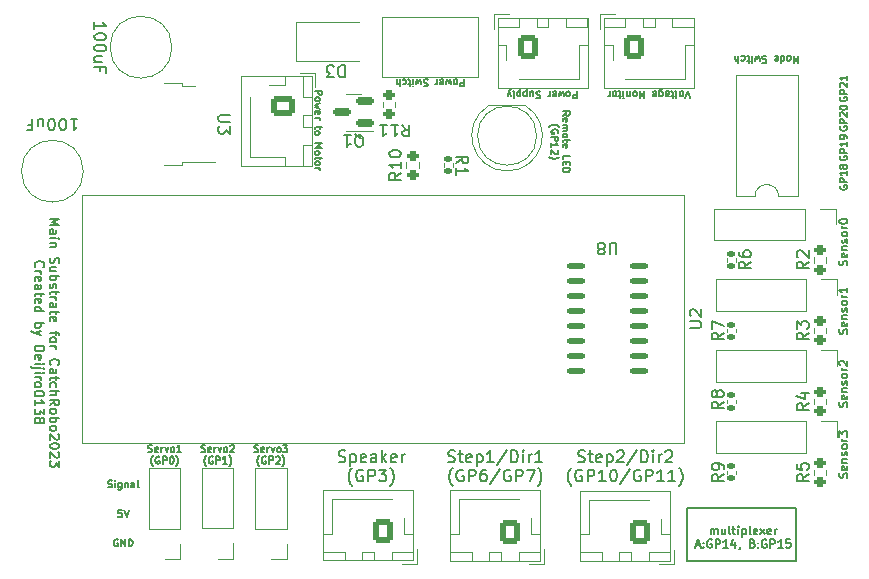
<source format=gbr>
%TF.GenerationSoftware,KiCad,Pcbnew,6.0.6-3a73a75311~116~ubuntu20.04.1*%
%TF.CreationDate,2023-06-17T17:32:19+09:00*%
%TF.ProjectId,catchrobo2023,63617463-6872-46f6-926f-323032332e6b,rev?*%
%TF.SameCoordinates,Original*%
%TF.FileFunction,Legend,Top*%
%TF.FilePolarity,Positive*%
%FSLAX46Y46*%
G04 Gerber Fmt 4.6, Leading zero omitted, Abs format (unit mm)*
G04 Created by KiCad (PCBNEW 6.0.6-3a73a75311~116~ubuntu20.04.1) date 2023-06-17 17:32:19*
%MOMM*%
%LPD*%
G01*
G04 APERTURE LIST*
G04 Aperture macros list*
%AMRoundRect*
0 Rectangle with rounded corners*
0 $1 Rounding radius*
0 $2 $3 $4 $5 $6 $7 $8 $9 X,Y pos of 4 corners*
0 Add a 4 corners polygon primitive as box body*
4,1,4,$2,$3,$4,$5,$6,$7,$8,$9,$2,$3,0*
0 Add four circle primitives for the rounded corners*
1,1,$1+$1,$2,$3*
1,1,$1+$1,$4,$5*
1,1,$1+$1,$6,$7*
1,1,$1+$1,$8,$9*
0 Add four rect primitives between the rounded corners*
20,1,$1+$1,$2,$3,$4,$5,0*
20,1,$1+$1,$4,$5,$6,$7,0*
20,1,$1+$1,$6,$7,$8,$9,0*
20,1,$1+$1,$8,$9,$2,$3,0*%
G04 Aperture macros list end*
%ADD10C,0.150000*%
%ADD11C,0.120000*%
%ADD12RoundRect,0.200000X0.275000X-0.200000X0.275000X0.200000X-0.275000X0.200000X-0.275000X-0.200000X0*%
%ADD13RoundRect,0.150000X0.587500X0.150000X-0.587500X0.150000X-0.587500X-0.150000X0.587500X-0.150000X0*%
%ADD14C,1.200000*%
%ADD15RoundRect,0.250000X0.600000X0.750000X-0.600000X0.750000X-0.600000X-0.750000X0.600000X-0.750000X0*%
%ADD16O,1.700000X2.000000*%
%ADD17R,1.700000X1.700000*%
%ADD18O,1.700000X1.700000*%
%ADD19C,1.600000*%
%ADD20C,3.200000*%
%ADD21RoundRect,0.137500X-0.612500X-0.137500X0.612500X-0.137500X0.612500X0.137500X-0.612500X0.137500X0*%
%ADD22RoundRect,0.200000X-0.275000X0.200000X-0.275000X-0.200000X0.275000X-0.200000X0.275000X0.200000X0*%
%ADD23R,2.200000X1.200000*%
%ADD24R,6.400000X5.800000*%
%ADD25RoundRect,0.135000X-0.185000X0.135000X-0.185000X-0.135000X0.185000X-0.135000X0.185000X0.135000X0*%
%ADD26RoundRect,0.250000X-0.600000X-0.750000X0.600000X-0.750000X0.600000X0.750000X-0.600000X0.750000X0*%
%ADD27R,1.600000X1.600000*%
%ADD28O,1.600000X1.600000*%
%ADD29RoundRect,0.250000X-0.750000X0.600000X-0.750000X-0.600000X0.750000X-0.600000X0.750000X0.600000X0*%
%ADD30O,2.000000X1.700000*%
%ADD31R,1.800000X1.800000*%
%ADD32C,1.800000*%
%ADD33C,1.524000*%
%ADD34R,2.500000X1.800000*%
G04 APERTURE END LIST*
D10*
X56750000Y5000000D02*
X66000000Y5000000D01*
X66000000Y5000000D02*
X66000000Y500000D01*
X66000000Y500000D02*
X56750000Y500000D01*
X56750000Y500000D02*
X56750000Y5000000D01*
X70283333Y25533334D02*
X70316666Y25633334D01*
X70316666Y25800000D01*
X70283333Y25866667D01*
X70250000Y25900000D01*
X70183333Y25933334D01*
X70116666Y25933334D01*
X70050000Y25900000D01*
X70016666Y25866667D01*
X69983333Y25800000D01*
X69950000Y25666667D01*
X69916666Y25600000D01*
X69883333Y25566667D01*
X69816666Y25533334D01*
X69750000Y25533334D01*
X69683333Y25566667D01*
X69650000Y25600000D01*
X69616666Y25666667D01*
X69616666Y25833334D01*
X69650000Y25933334D01*
X70283333Y26500000D02*
X70316666Y26433334D01*
X70316666Y26300000D01*
X70283333Y26233334D01*
X70216666Y26200000D01*
X69950000Y26200000D01*
X69883333Y26233334D01*
X69850000Y26300000D01*
X69850000Y26433334D01*
X69883333Y26500000D01*
X69950000Y26533334D01*
X70016666Y26533334D01*
X70083333Y26200000D01*
X69850000Y26833334D02*
X70316666Y26833334D01*
X69916666Y26833334D02*
X69883333Y26866667D01*
X69850000Y26933334D01*
X69850000Y27033334D01*
X69883333Y27100000D01*
X69950000Y27133334D01*
X70316666Y27133334D01*
X70283333Y27433334D02*
X70316666Y27500000D01*
X70316666Y27633334D01*
X70283333Y27700000D01*
X70216666Y27733334D01*
X70183333Y27733334D01*
X70116666Y27700000D01*
X70083333Y27633334D01*
X70083333Y27533334D01*
X70050000Y27466667D01*
X69983333Y27433334D01*
X69950000Y27433334D01*
X69883333Y27466667D01*
X69850000Y27533334D01*
X69850000Y27633334D01*
X69883333Y27700000D01*
X70316666Y28133334D02*
X70283333Y28066667D01*
X70250000Y28033334D01*
X70183333Y28000000D01*
X69983333Y28000000D01*
X69916666Y28033334D01*
X69883333Y28066667D01*
X69850000Y28133334D01*
X69850000Y28233334D01*
X69883333Y28300000D01*
X69916666Y28333334D01*
X69983333Y28366667D01*
X70183333Y28366667D01*
X70250000Y28333334D01*
X70283333Y28300000D01*
X70316666Y28233334D01*
X70316666Y28133334D01*
X70316666Y28666667D02*
X69850000Y28666667D01*
X69983333Y28666667D02*
X69916666Y28700000D01*
X69883333Y28733334D01*
X69850000Y28800000D01*
X69850000Y28866667D01*
X69616666Y29233334D02*
X69616666Y29300000D01*
X69650000Y29366667D01*
X69683333Y29400000D01*
X69750000Y29433334D01*
X69883333Y29466667D01*
X70050000Y29466667D01*
X70183333Y29433334D01*
X70250000Y29400000D01*
X70283333Y29366667D01*
X70316666Y29300000D01*
X70316666Y29233334D01*
X70283333Y29166667D01*
X70250000Y29133334D01*
X70183333Y29100000D01*
X70050000Y29066667D01*
X69883333Y29066667D01*
X69750000Y29100000D01*
X69683333Y29133334D01*
X69650000Y29166667D01*
X69616666Y29233334D01*
X8885714Y4828572D02*
X8600000Y4828572D01*
X8571428Y4542858D01*
X8600000Y4571429D01*
X8657142Y4600000D01*
X8800000Y4600000D01*
X8857142Y4571429D01*
X8885714Y4542858D01*
X8914285Y4485715D01*
X8914285Y4342858D01*
X8885714Y4285715D01*
X8857142Y4257143D01*
X8800000Y4228572D01*
X8657142Y4228572D01*
X8600000Y4257143D01*
X8571428Y4285715D01*
X9085714Y4828572D02*
X9285714Y4228572D01*
X9485714Y4828572D01*
X2782095Y29476191D02*
X3582095Y29476191D01*
X3010666Y29209524D01*
X3582095Y28942858D01*
X2782095Y28942858D01*
X2782095Y28219048D02*
X3201142Y28219048D01*
X3277333Y28257143D01*
X3315428Y28333334D01*
X3315428Y28485715D01*
X3277333Y28561905D01*
X2820190Y28219048D02*
X2782095Y28295239D01*
X2782095Y28485715D01*
X2820190Y28561905D01*
X2896380Y28600000D01*
X2972571Y28600000D01*
X3048761Y28561905D01*
X3086857Y28485715D01*
X3086857Y28295239D01*
X3124952Y28219048D01*
X2782095Y27838096D02*
X3315428Y27838096D01*
X3582095Y27838096D02*
X3544000Y27876191D01*
X3505904Y27838096D01*
X3544000Y27800000D01*
X3582095Y27838096D01*
X3505904Y27838096D01*
X3315428Y27457143D02*
X2782095Y27457143D01*
X3239238Y27457143D02*
X3277333Y27419048D01*
X3315428Y27342858D01*
X3315428Y27228572D01*
X3277333Y27152381D01*
X3201142Y27114286D01*
X2782095Y27114286D01*
X2820190Y26161905D02*
X2782095Y26047620D01*
X2782095Y25857143D01*
X2820190Y25780953D01*
X2858285Y25742858D01*
X2934476Y25704762D01*
X3010666Y25704762D01*
X3086857Y25742858D01*
X3124952Y25780953D01*
X3163047Y25857143D01*
X3201142Y26009524D01*
X3239238Y26085715D01*
X3277333Y26123810D01*
X3353523Y26161905D01*
X3429714Y26161905D01*
X3505904Y26123810D01*
X3544000Y26085715D01*
X3582095Y26009524D01*
X3582095Y25819048D01*
X3544000Y25704762D01*
X3315428Y25019048D02*
X2782095Y25019048D01*
X3315428Y25361905D02*
X2896380Y25361905D01*
X2820190Y25323810D01*
X2782095Y25247620D01*
X2782095Y25133334D01*
X2820190Y25057143D01*
X2858285Y25019048D01*
X2782095Y24638096D02*
X3582095Y24638096D01*
X3277333Y24638096D02*
X3315428Y24561905D01*
X3315428Y24409524D01*
X3277333Y24333334D01*
X3239238Y24295239D01*
X3163047Y24257143D01*
X2934476Y24257143D01*
X2858285Y24295239D01*
X2820190Y24333334D01*
X2782095Y24409524D01*
X2782095Y24561905D01*
X2820190Y24638096D01*
X2820190Y23952381D02*
X2782095Y23876191D01*
X2782095Y23723810D01*
X2820190Y23647620D01*
X2896380Y23609524D01*
X2934476Y23609524D01*
X3010666Y23647620D01*
X3048761Y23723810D01*
X3048761Y23838096D01*
X3086857Y23914286D01*
X3163047Y23952381D01*
X3201142Y23952381D01*
X3277333Y23914286D01*
X3315428Y23838096D01*
X3315428Y23723810D01*
X3277333Y23647620D01*
X3315428Y23380953D02*
X3315428Y23076191D01*
X3582095Y23266667D02*
X2896380Y23266667D01*
X2820190Y23228572D01*
X2782095Y23152381D01*
X2782095Y23076191D01*
X2782095Y22809524D02*
X3315428Y22809524D01*
X3163047Y22809524D02*
X3239238Y22771429D01*
X3277333Y22733334D01*
X3315428Y22657143D01*
X3315428Y22580953D01*
X2782095Y21971429D02*
X3201142Y21971429D01*
X3277333Y22009524D01*
X3315428Y22085715D01*
X3315428Y22238096D01*
X3277333Y22314286D01*
X2820190Y21971429D02*
X2782095Y22047620D01*
X2782095Y22238096D01*
X2820190Y22314286D01*
X2896380Y22352381D01*
X2972571Y22352381D01*
X3048761Y22314286D01*
X3086857Y22238096D01*
X3086857Y22047620D01*
X3124952Y21971429D01*
X3315428Y21704762D02*
X3315428Y21400000D01*
X3582095Y21590477D02*
X2896380Y21590477D01*
X2820190Y21552381D01*
X2782095Y21476191D01*
X2782095Y21400000D01*
X2820190Y20828572D02*
X2782095Y20904762D01*
X2782095Y21057143D01*
X2820190Y21133334D01*
X2896380Y21171429D01*
X3201142Y21171429D01*
X3277333Y21133334D01*
X3315428Y21057143D01*
X3315428Y20904762D01*
X3277333Y20828572D01*
X3201142Y20790477D01*
X3124952Y20790477D01*
X3048761Y21171429D01*
X3315428Y19952381D02*
X3315428Y19647620D01*
X2782095Y19838096D02*
X3467809Y19838096D01*
X3544000Y19800000D01*
X3582095Y19723810D01*
X3582095Y19647620D01*
X2782095Y19266667D02*
X2820190Y19342858D01*
X2858285Y19380953D01*
X2934476Y19419048D01*
X3163047Y19419048D01*
X3239238Y19380953D01*
X3277333Y19342858D01*
X3315428Y19266667D01*
X3315428Y19152381D01*
X3277333Y19076191D01*
X3239238Y19038096D01*
X3163047Y19000000D01*
X2934476Y19000000D01*
X2858285Y19038096D01*
X2820190Y19076191D01*
X2782095Y19152381D01*
X2782095Y19266667D01*
X2782095Y18657143D02*
X3315428Y18657143D01*
X3163047Y18657143D02*
X3239238Y18619048D01*
X3277333Y18580953D01*
X3315428Y18504762D01*
X3315428Y18428572D01*
X2858285Y17095239D02*
X2820190Y17133334D01*
X2782095Y17247620D01*
X2782095Y17323810D01*
X2820190Y17438096D01*
X2896380Y17514286D01*
X2972571Y17552381D01*
X3124952Y17590477D01*
X3239238Y17590477D01*
X3391619Y17552381D01*
X3467809Y17514286D01*
X3544000Y17438096D01*
X3582095Y17323810D01*
X3582095Y17247620D01*
X3544000Y17133334D01*
X3505904Y17095239D01*
X2782095Y16409524D02*
X3201142Y16409524D01*
X3277333Y16447620D01*
X3315428Y16523810D01*
X3315428Y16676191D01*
X3277333Y16752381D01*
X2820190Y16409524D02*
X2782095Y16485715D01*
X2782095Y16676191D01*
X2820190Y16752381D01*
X2896380Y16790477D01*
X2972571Y16790477D01*
X3048761Y16752381D01*
X3086857Y16676191D01*
X3086857Y16485715D01*
X3124952Y16409524D01*
X3315428Y16142858D02*
X3315428Y15838096D01*
X3582095Y16028572D02*
X2896380Y16028572D01*
X2820190Y15990477D01*
X2782095Y15914286D01*
X2782095Y15838096D01*
X2820190Y15228572D02*
X2782095Y15304762D01*
X2782095Y15457143D01*
X2820190Y15533334D01*
X2858285Y15571429D01*
X2934476Y15609524D01*
X3163047Y15609524D01*
X3239238Y15571429D01*
X3277333Y15533334D01*
X3315428Y15457143D01*
X3315428Y15304762D01*
X3277333Y15228572D01*
X2782095Y14885715D02*
X3582095Y14885715D01*
X2782095Y14542858D02*
X3201142Y14542858D01*
X3277333Y14580953D01*
X3315428Y14657143D01*
X3315428Y14771429D01*
X3277333Y14847620D01*
X3239238Y14885715D01*
X2782095Y13704762D02*
X3163047Y13971429D01*
X2782095Y14161905D02*
X3582095Y14161905D01*
X3582095Y13857143D01*
X3544000Y13780953D01*
X3505904Y13742858D01*
X3429714Y13704762D01*
X3315428Y13704762D01*
X3239238Y13742858D01*
X3201142Y13780953D01*
X3163047Y13857143D01*
X3163047Y14161905D01*
X2782095Y13247620D02*
X2820190Y13323810D01*
X2858285Y13361905D01*
X2934476Y13400000D01*
X3163047Y13400000D01*
X3239238Y13361905D01*
X3277333Y13323810D01*
X3315428Y13247620D01*
X3315428Y13133334D01*
X3277333Y13057143D01*
X3239238Y13019048D01*
X3163047Y12980953D01*
X2934476Y12980953D01*
X2858285Y13019048D01*
X2820190Y13057143D01*
X2782095Y13133334D01*
X2782095Y13247620D01*
X2782095Y12638096D02*
X3582095Y12638096D01*
X3277333Y12638096D02*
X3315428Y12561905D01*
X3315428Y12409524D01*
X3277333Y12333334D01*
X3239238Y12295239D01*
X3163047Y12257143D01*
X2934476Y12257143D01*
X2858285Y12295239D01*
X2820190Y12333334D01*
X2782095Y12409524D01*
X2782095Y12561905D01*
X2820190Y12638096D01*
X2782095Y11800001D02*
X2820190Y11876191D01*
X2858285Y11914286D01*
X2934476Y11952381D01*
X3163047Y11952381D01*
X3239238Y11914286D01*
X3277333Y11876191D01*
X3315428Y11800001D01*
X3315428Y11685715D01*
X3277333Y11609524D01*
X3239238Y11571429D01*
X3163047Y11533334D01*
X2934476Y11533334D01*
X2858285Y11571429D01*
X2820190Y11609524D01*
X2782095Y11685715D01*
X2782095Y11800001D01*
X3505904Y11228572D02*
X3544000Y11190477D01*
X3582095Y11114286D01*
X3582095Y10923810D01*
X3544000Y10847620D01*
X3505904Y10809524D01*
X3429714Y10771429D01*
X3353523Y10771429D01*
X3239238Y10809524D01*
X2782095Y11266667D01*
X2782095Y10771429D01*
X3582095Y10276191D02*
X3582095Y10200001D01*
X3544000Y10123810D01*
X3505904Y10085715D01*
X3429714Y10047620D01*
X3277333Y10009524D01*
X3086857Y10009524D01*
X2934476Y10047620D01*
X2858285Y10085715D01*
X2820190Y10123810D01*
X2782095Y10200001D01*
X2782095Y10276191D01*
X2820190Y10352381D01*
X2858285Y10390477D01*
X2934476Y10428572D01*
X3086857Y10466667D01*
X3277333Y10466667D01*
X3429714Y10428572D01*
X3505904Y10390477D01*
X3544000Y10352381D01*
X3582095Y10276191D01*
X3505904Y9704762D02*
X3544000Y9666667D01*
X3582095Y9590477D01*
X3582095Y9400001D01*
X3544000Y9323810D01*
X3505904Y9285715D01*
X3429714Y9247620D01*
X3353523Y9247620D01*
X3239238Y9285715D01*
X2782095Y9742858D01*
X2782095Y9247620D01*
X3582095Y8980953D02*
X3582095Y8485715D01*
X3277333Y8752381D01*
X3277333Y8638096D01*
X3239238Y8561905D01*
X3201142Y8523810D01*
X3124952Y8485715D01*
X2934476Y8485715D01*
X2858285Y8523810D01*
X2820190Y8561905D01*
X2782095Y8638096D01*
X2782095Y8866667D01*
X2820190Y8942858D01*
X2858285Y8980953D01*
X1570285Y25361905D02*
X1532190Y25400000D01*
X1494095Y25514286D01*
X1494095Y25590477D01*
X1532190Y25704762D01*
X1608380Y25780953D01*
X1684571Y25819048D01*
X1836952Y25857143D01*
X1951238Y25857143D01*
X2103619Y25819048D01*
X2179809Y25780953D01*
X2256000Y25704762D01*
X2294095Y25590477D01*
X2294095Y25514286D01*
X2256000Y25400000D01*
X2217904Y25361905D01*
X1494095Y25019048D02*
X2027428Y25019048D01*
X1875047Y25019048D02*
X1951238Y24980953D01*
X1989333Y24942858D01*
X2027428Y24866667D01*
X2027428Y24790477D01*
X1532190Y24219048D02*
X1494095Y24295239D01*
X1494095Y24447620D01*
X1532190Y24523810D01*
X1608380Y24561905D01*
X1913142Y24561905D01*
X1989333Y24523810D01*
X2027428Y24447620D01*
X2027428Y24295239D01*
X1989333Y24219048D01*
X1913142Y24180953D01*
X1836952Y24180953D01*
X1760761Y24561905D01*
X1494095Y23495239D02*
X1913142Y23495239D01*
X1989333Y23533334D01*
X2027428Y23609524D01*
X2027428Y23761905D01*
X1989333Y23838096D01*
X1532190Y23495239D02*
X1494095Y23571429D01*
X1494095Y23761905D01*
X1532190Y23838096D01*
X1608380Y23876191D01*
X1684571Y23876191D01*
X1760761Y23838096D01*
X1798857Y23761905D01*
X1798857Y23571429D01*
X1836952Y23495239D01*
X2027428Y23228572D02*
X2027428Y22923810D01*
X2294095Y23114286D02*
X1608380Y23114286D01*
X1532190Y23076191D01*
X1494095Y23000000D01*
X1494095Y22923810D01*
X1532190Y22352381D02*
X1494095Y22428572D01*
X1494095Y22580953D01*
X1532190Y22657143D01*
X1608380Y22695239D01*
X1913142Y22695239D01*
X1989333Y22657143D01*
X2027428Y22580953D01*
X2027428Y22428572D01*
X1989333Y22352381D01*
X1913142Y22314286D01*
X1836952Y22314286D01*
X1760761Y22695239D01*
X1494095Y21628572D02*
X2294095Y21628572D01*
X1532190Y21628572D02*
X1494095Y21704762D01*
X1494095Y21857143D01*
X1532190Y21933334D01*
X1570285Y21971429D01*
X1646476Y22009524D01*
X1875047Y22009524D01*
X1951238Y21971429D01*
X1989333Y21933334D01*
X2027428Y21857143D01*
X2027428Y21704762D01*
X1989333Y21628572D01*
X1494095Y20638096D02*
X2294095Y20638096D01*
X1989333Y20638096D02*
X2027428Y20561905D01*
X2027428Y20409524D01*
X1989333Y20333334D01*
X1951238Y20295239D01*
X1875047Y20257143D01*
X1646476Y20257143D01*
X1570285Y20295239D01*
X1532190Y20333334D01*
X1494095Y20409524D01*
X1494095Y20561905D01*
X1532190Y20638096D01*
X2027428Y19990477D02*
X1494095Y19800000D01*
X2027428Y19609524D02*
X1494095Y19800000D01*
X1303619Y19876191D01*
X1265523Y19914286D01*
X1227428Y19990477D01*
X1494095Y18695239D02*
X2294095Y18695239D01*
X2294095Y18504762D01*
X2256000Y18390477D01*
X2179809Y18314286D01*
X2103619Y18276191D01*
X1951238Y18238096D01*
X1836952Y18238096D01*
X1684571Y18276191D01*
X1608380Y18314286D01*
X1532190Y18390477D01*
X1494095Y18504762D01*
X1494095Y18695239D01*
X1532190Y17590477D02*
X1494095Y17666667D01*
X1494095Y17819048D01*
X1532190Y17895239D01*
X1608380Y17933334D01*
X1913142Y17933334D01*
X1989333Y17895239D01*
X2027428Y17819048D01*
X2027428Y17666667D01*
X1989333Y17590477D01*
X1913142Y17552381D01*
X1836952Y17552381D01*
X1760761Y17933334D01*
X1494095Y17209524D02*
X2027428Y17209524D01*
X2294095Y17209524D02*
X2256000Y17247620D01*
X2217904Y17209524D01*
X2256000Y17171429D01*
X2294095Y17209524D01*
X2217904Y17209524D01*
X2027428Y16828572D02*
X1341714Y16828572D01*
X1265523Y16866667D01*
X1227428Y16942858D01*
X1227428Y16980953D01*
X2294095Y16828572D02*
X2256000Y16866667D01*
X2217904Y16828572D01*
X2256000Y16790477D01*
X2294095Y16828572D01*
X2217904Y16828572D01*
X1494095Y16447620D02*
X2027428Y16447620D01*
X2294095Y16447620D02*
X2256000Y16485715D01*
X2217904Y16447620D01*
X2256000Y16409524D01*
X2294095Y16447620D01*
X2217904Y16447620D01*
X1494095Y16066667D02*
X2027428Y16066667D01*
X1875047Y16066667D02*
X1951238Y16028572D01*
X1989333Y15990477D01*
X2027428Y15914286D01*
X2027428Y15838096D01*
X1494095Y15457143D02*
X1532190Y15533334D01*
X1570285Y15571429D01*
X1646476Y15609524D01*
X1875047Y15609524D01*
X1951238Y15571429D01*
X1989333Y15533334D01*
X2027428Y15457143D01*
X2027428Y15342858D01*
X1989333Y15266667D01*
X1951238Y15228572D01*
X1875047Y15190477D01*
X1646476Y15190477D01*
X1570285Y15228572D01*
X1532190Y15266667D01*
X1494095Y15342858D01*
X1494095Y15457143D01*
X2294095Y14695239D02*
X2294095Y14619048D01*
X2256000Y14542858D01*
X2217904Y14504762D01*
X2141714Y14466667D01*
X1989333Y14428572D01*
X1798857Y14428572D01*
X1646476Y14466667D01*
X1570285Y14504762D01*
X1532190Y14542858D01*
X1494095Y14619048D01*
X1494095Y14695239D01*
X1532190Y14771429D01*
X1570285Y14809524D01*
X1646476Y14847620D01*
X1798857Y14885715D01*
X1989333Y14885715D01*
X2141714Y14847620D01*
X2217904Y14809524D01*
X2256000Y14771429D01*
X2294095Y14695239D01*
X1494095Y13666667D02*
X1494095Y14123810D01*
X1494095Y13895239D02*
X2294095Y13895239D01*
X2179809Y13971429D01*
X2103619Y14047620D01*
X2065523Y14123810D01*
X2294095Y13400000D02*
X2294095Y12904762D01*
X1989333Y13171429D01*
X1989333Y13057143D01*
X1951238Y12980953D01*
X1913142Y12942858D01*
X1836952Y12904762D01*
X1646476Y12904762D01*
X1570285Y12942858D01*
X1532190Y12980953D01*
X1494095Y13057143D01*
X1494095Y13285715D01*
X1532190Y13361905D01*
X1570285Y13400000D01*
X1951238Y12447620D02*
X1989333Y12523810D01*
X2027428Y12561905D01*
X2103619Y12600000D01*
X2141714Y12600000D01*
X2217904Y12561905D01*
X2256000Y12523810D01*
X2294095Y12447620D01*
X2294095Y12295239D01*
X2256000Y12219048D01*
X2217904Y12180953D01*
X2141714Y12142858D01*
X2103619Y12142858D01*
X2027428Y12180953D01*
X1989333Y12219048D01*
X1951238Y12295239D01*
X1951238Y12447620D01*
X1913142Y12523810D01*
X1875047Y12561905D01*
X1798857Y12600000D01*
X1646476Y12600000D01*
X1570285Y12561905D01*
X1532190Y12523810D01*
X1494095Y12447620D01*
X1494095Y12295239D01*
X1532190Y12219048D01*
X1570285Y12180953D01*
X1646476Y12142858D01*
X1798857Y12142858D01*
X1875047Y12180953D01*
X1913142Y12219048D01*
X1951238Y12295239D01*
X66171428Y43271429D02*
X66171428Y42671429D01*
X65971428Y43100000D01*
X65771428Y42671429D01*
X65771428Y43271429D01*
X65400000Y43271429D02*
X65457142Y43242858D01*
X65485714Y43214286D01*
X65514285Y43157143D01*
X65514285Y42985715D01*
X65485714Y42928572D01*
X65457142Y42900000D01*
X65400000Y42871429D01*
X65314285Y42871429D01*
X65257142Y42900000D01*
X65228571Y42928572D01*
X65200000Y42985715D01*
X65200000Y43157143D01*
X65228571Y43214286D01*
X65257142Y43242858D01*
X65314285Y43271429D01*
X65400000Y43271429D01*
X64685714Y43271429D02*
X64685714Y42671429D01*
X64685714Y43242858D02*
X64742857Y43271429D01*
X64857142Y43271429D01*
X64914285Y43242858D01*
X64942857Y43214286D01*
X64971428Y43157143D01*
X64971428Y42985715D01*
X64942857Y42928572D01*
X64914285Y42900000D01*
X64857142Y42871429D01*
X64742857Y42871429D01*
X64685714Y42900000D01*
X64171428Y43242858D02*
X64228571Y43271429D01*
X64342857Y43271429D01*
X64400000Y43242858D01*
X64428571Y43185715D01*
X64428571Y42957143D01*
X64400000Y42900000D01*
X64342857Y42871429D01*
X64228571Y42871429D01*
X64171428Y42900000D01*
X64142857Y42957143D01*
X64142857Y43014286D01*
X64428571Y43071429D01*
X63457142Y43242858D02*
X63371428Y43271429D01*
X63228571Y43271429D01*
X63171428Y43242858D01*
X63142857Y43214286D01*
X63114285Y43157143D01*
X63114285Y43100000D01*
X63142857Y43042858D01*
X63171428Y43014286D01*
X63228571Y42985715D01*
X63342857Y42957143D01*
X63400000Y42928572D01*
X63428571Y42900000D01*
X63457142Y42842858D01*
X63457142Y42785715D01*
X63428571Y42728572D01*
X63400000Y42700000D01*
X63342857Y42671429D01*
X63200000Y42671429D01*
X63114285Y42700000D01*
X62914285Y42871429D02*
X62800000Y43271429D01*
X62685714Y42985715D01*
X62571428Y43271429D01*
X62457142Y42871429D01*
X62228571Y43271429D02*
X62228571Y42871429D01*
X62228571Y42671429D02*
X62257142Y42700000D01*
X62228571Y42728572D01*
X62200000Y42700000D01*
X62228571Y42671429D01*
X62228571Y42728572D01*
X62028571Y42871429D02*
X61800000Y42871429D01*
X61942857Y42671429D02*
X61942857Y43185715D01*
X61914285Y43242858D01*
X61857142Y43271429D01*
X61800000Y43271429D01*
X61342857Y43242858D02*
X61400000Y43271429D01*
X61514285Y43271429D01*
X61571428Y43242858D01*
X61600000Y43214286D01*
X61628571Y43157143D01*
X61628571Y42985715D01*
X61600000Y42928572D01*
X61571428Y42900000D01*
X61514285Y42871429D01*
X61400000Y42871429D01*
X61342857Y42900000D01*
X61085714Y43271429D02*
X61085714Y42671429D01*
X60828571Y43271429D02*
X60828571Y42957143D01*
X60857142Y42900000D01*
X60914285Y42871429D01*
X61000000Y42871429D01*
X61057142Y42900000D01*
X61085714Y42928572D01*
X20100000Y9740143D02*
X20185714Y9711572D01*
X20328571Y9711572D01*
X20385714Y9740143D01*
X20414285Y9768715D01*
X20442857Y9825858D01*
X20442857Y9883000D01*
X20414285Y9940143D01*
X20385714Y9968715D01*
X20328571Y9997286D01*
X20214285Y10025858D01*
X20157142Y10054429D01*
X20128571Y10083000D01*
X20100000Y10140143D01*
X20100000Y10197286D01*
X20128571Y10254429D01*
X20157142Y10283000D01*
X20214285Y10311572D01*
X20357142Y10311572D01*
X20442857Y10283000D01*
X20928571Y9740143D02*
X20871428Y9711572D01*
X20757142Y9711572D01*
X20700000Y9740143D01*
X20671428Y9797286D01*
X20671428Y10025858D01*
X20700000Y10083000D01*
X20757142Y10111572D01*
X20871428Y10111572D01*
X20928571Y10083000D01*
X20957142Y10025858D01*
X20957142Y9968715D01*
X20671428Y9911572D01*
X21214285Y9711572D02*
X21214285Y10111572D01*
X21214285Y9997286D02*
X21242857Y10054429D01*
X21271428Y10083000D01*
X21328571Y10111572D01*
X21385714Y10111572D01*
X21528571Y10111572D02*
X21671428Y9711572D01*
X21814285Y10111572D01*
X22128571Y9711572D02*
X22071428Y9740143D01*
X22042857Y9768715D01*
X22014285Y9825858D01*
X22014285Y9997286D01*
X22042857Y10054429D01*
X22071428Y10083000D01*
X22128571Y10111572D01*
X22214285Y10111572D01*
X22271428Y10083000D01*
X22300000Y10054429D01*
X22328571Y9997286D01*
X22328571Y9825858D01*
X22300000Y9768715D01*
X22271428Y9740143D01*
X22214285Y9711572D01*
X22128571Y9711572D01*
X22528571Y10311572D02*
X22900000Y10311572D01*
X22700000Y10083000D01*
X22785714Y10083000D01*
X22842857Y10054429D01*
X22871428Y10025858D01*
X22900000Y9968715D01*
X22900000Y9825858D01*
X22871428Y9768715D01*
X22842857Y9740143D01*
X22785714Y9711572D01*
X22614285Y9711572D01*
X22557142Y9740143D01*
X22528571Y9768715D01*
X20528571Y8517000D02*
X20500000Y8545572D01*
X20442857Y8631286D01*
X20414285Y8688429D01*
X20385714Y8774143D01*
X20357142Y8917000D01*
X20357142Y9031286D01*
X20385714Y9174143D01*
X20414285Y9259858D01*
X20442857Y9317000D01*
X20500000Y9402715D01*
X20528571Y9431286D01*
X21071428Y9317000D02*
X21014285Y9345572D01*
X20928571Y9345572D01*
X20842857Y9317000D01*
X20785714Y9259858D01*
X20757142Y9202715D01*
X20728571Y9088429D01*
X20728571Y9002715D01*
X20757142Y8888429D01*
X20785714Y8831286D01*
X20842857Y8774143D01*
X20928571Y8745572D01*
X20985714Y8745572D01*
X21071428Y8774143D01*
X21100000Y8802715D01*
X21100000Y9002715D01*
X20985714Y9002715D01*
X21357142Y8745572D02*
X21357142Y9345572D01*
X21585714Y9345572D01*
X21642857Y9317000D01*
X21671428Y9288429D01*
X21700000Y9231286D01*
X21700000Y9145572D01*
X21671428Y9088429D01*
X21642857Y9059858D01*
X21585714Y9031286D01*
X21357142Y9031286D01*
X21928571Y9288429D02*
X21957142Y9317000D01*
X22014285Y9345572D01*
X22157142Y9345572D01*
X22214285Y9317000D01*
X22242857Y9288429D01*
X22271428Y9231286D01*
X22271428Y9174143D01*
X22242857Y9088429D01*
X21900000Y8745572D01*
X22271428Y8745572D01*
X22471428Y8517000D02*
X22500000Y8545572D01*
X22557142Y8631286D01*
X22585714Y8688429D01*
X22614285Y8774143D01*
X22642857Y8917000D01*
X22642857Y9031286D01*
X22614285Y9174143D01*
X22585714Y9259858D01*
X22557142Y9317000D01*
X22500000Y9402715D01*
X22471428Y9431286D01*
X69700000Y39785715D02*
X69671428Y39728572D01*
X69671428Y39642858D01*
X69700000Y39557143D01*
X69757142Y39500000D01*
X69814285Y39471429D01*
X69928571Y39442858D01*
X70014285Y39442858D01*
X70128571Y39471429D01*
X70185714Y39500000D01*
X70242857Y39557143D01*
X70271428Y39642858D01*
X70271428Y39700000D01*
X70242857Y39785715D01*
X70214285Y39814286D01*
X70014285Y39814286D01*
X70014285Y39700000D01*
X70271428Y40071429D02*
X69671428Y40071429D01*
X69671428Y40300000D01*
X69700000Y40357143D01*
X69728571Y40385715D01*
X69785714Y40414286D01*
X69871428Y40414286D01*
X69928571Y40385715D01*
X69957142Y40357143D01*
X69985714Y40300000D01*
X69985714Y40071429D01*
X69728571Y40642858D02*
X69700000Y40671429D01*
X69671428Y40728572D01*
X69671428Y40871429D01*
X69700000Y40928572D01*
X69728571Y40957143D01*
X69785714Y40985715D01*
X69842857Y40985715D01*
X69928571Y40957143D01*
X70271428Y40614286D01*
X70271428Y40985715D01*
X70271428Y41557143D02*
X70271428Y41214286D01*
X70271428Y41385715D02*
X69671428Y41385715D01*
X69757142Y41328572D01*
X69814285Y41271429D01*
X69842857Y41214286D01*
X25228571Y40328572D02*
X25828571Y40328572D01*
X25828571Y40100000D01*
X25800000Y40042858D01*
X25771428Y40014286D01*
X25714285Y39985715D01*
X25628571Y39985715D01*
X25571428Y40014286D01*
X25542857Y40042858D01*
X25514285Y40100000D01*
X25514285Y40328572D01*
X25228571Y39642858D02*
X25257142Y39700000D01*
X25285714Y39728572D01*
X25342857Y39757143D01*
X25514285Y39757143D01*
X25571428Y39728572D01*
X25600000Y39700000D01*
X25628571Y39642858D01*
X25628571Y39557143D01*
X25600000Y39500000D01*
X25571428Y39471429D01*
X25514285Y39442858D01*
X25342857Y39442858D01*
X25285714Y39471429D01*
X25257142Y39500000D01*
X25228571Y39557143D01*
X25228571Y39642858D01*
X25628571Y39242858D02*
X25228571Y39128572D01*
X25514285Y39014286D01*
X25228571Y38900000D01*
X25628571Y38785715D01*
X25257142Y38328572D02*
X25228571Y38385715D01*
X25228571Y38500000D01*
X25257142Y38557143D01*
X25314285Y38585715D01*
X25542857Y38585715D01*
X25600000Y38557143D01*
X25628571Y38500000D01*
X25628571Y38385715D01*
X25600000Y38328572D01*
X25542857Y38300000D01*
X25485714Y38300000D01*
X25428571Y38585715D01*
X25228571Y38042858D02*
X25628571Y38042858D01*
X25514285Y38042858D02*
X25571428Y38014286D01*
X25600000Y37985715D01*
X25628571Y37928572D01*
X25628571Y37871429D01*
X25628571Y37300000D02*
X25628571Y37071429D01*
X25828571Y37214286D02*
X25314285Y37214286D01*
X25257142Y37185715D01*
X25228571Y37128572D01*
X25228571Y37071429D01*
X25228571Y36785715D02*
X25257142Y36842858D01*
X25285714Y36871429D01*
X25342857Y36900000D01*
X25514285Y36900000D01*
X25571428Y36871429D01*
X25600000Y36842858D01*
X25628571Y36785715D01*
X25628571Y36700000D01*
X25600000Y36642858D01*
X25571428Y36614286D01*
X25514285Y36585715D01*
X25342857Y36585715D01*
X25285714Y36614286D01*
X25257142Y36642858D01*
X25228571Y36700000D01*
X25228571Y36785715D01*
X25228571Y35871429D02*
X25828571Y35871429D01*
X25400000Y35671429D01*
X25828571Y35471429D01*
X25228571Y35471429D01*
X25228571Y35100000D02*
X25257142Y35157143D01*
X25285714Y35185715D01*
X25342857Y35214286D01*
X25514285Y35214286D01*
X25571428Y35185715D01*
X25600000Y35157143D01*
X25628571Y35100000D01*
X25628571Y35014286D01*
X25600000Y34957143D01*
X25571428Y34928572D01*
X25514285Y34900000D01*
X25342857Y34900000D01*
X25285714Y34928572D01*
X25257142Y34957143D01*
X25228571Y35014286D01*
X25228571Y35100000D01*
X25628571Y34728572D02*
X25628571Y34500000D01*
X25828571Y34642858D02*
X25314285Y34642858D01*
X25257142Y34614286D01*
X25228571Y34557143D01*
X25228571Y34500000D01*
X25228571Y34214286D02*
X25257142Y34271429D01*
X25285714Y34300000D01*
X25342857Y34328572D01*
X25514285Y34328572D01*
X25571428Y34300000D01*
X25600000Y34271429D01*
X25628571Y34214286D01*
X25628571Y34128572D01*
X25600000Y34071429D01*
X25571428Y34042858D01*
X25514285Y34014286D01*
X25342857Y34014286D01*
X25285714Y34042858D01*
X25257142Y34071429D01*
X25228571Y34128572D01*
X25228571Y34214286D01*
X25228571Y33757143D02*
X25628571Y33757143D01*
X25514285Y33757143D02*
X25571428Y33728572D01*
X25600000Y33700000D01*
X25628571Y33642858D01*
X25628571Y33585715D01*
X69700000Y32285715D02*
X69671428Y32228572D01*
X69671428Y32142858D01*
X69700000Y32057143D01*
X69757142Y32000000D01*
X69814285Y31971429D01*
X69928571Y31942858D01*
X70014285Y31942858D01*
X70128571Y31971429D01*
X70185714Y32000000D01*
X70242857Y32057143D01*
X70271428Y32142858D01*
X70271428Y32200000D01*
X70242857Y32285715D01*
X70214285Y32314286D01*
X70014285Y32314286D01*
X70014285Y32200000D01*
X70271428Y32571429D02*
X69671428Y32571429D01*
X69671428Y32800000D01*
X69700000Y32857143D01*
X69728571Y32885715D01*
X69785714Y32914286D01*
X69871428Y32914286D01*
X69928571Y32885715D01*
X69957142Y32857143D01*
X69985714Y32800000D01*
X69985714Y32571429D01*
X70271428Y33485715D02*
X70271428Y33142858D01*
X70271428Y33314286D02*
X69671428Y33314286D01*
X69757142Y33257143D01*
X69814285Y33200000D01*
X69842857Y33142858D01*
X69928571Y33828572D02*
X69900000Y33771429D01*
X69871428Y33742858D01*
X69814285Y33714286D01*
X69785714Y33714286D01*
X69728571Y33742858D01*
X69700000Y33771429D01*
X69671428Y33828572D01*
X69671428Y33942858D01*
X69700000Y34000000D01*
X69728571Y34028572D01*
X69785714Y34057143D01*
X69814285Y34057143D01*
X69871428Y34028572D01*
X69900000Y34000000D01*
X69928571Y33942858D01*
X69928571Y33828572D01*
X69957142Y33771429D01*
X69985714Y33742858D01*
X70042857Y33714286D01*
X70157142Y33714286D01*
X70214285Y33742858D01*
X70242857Y33771429D01*
X70271428Y33828572D01*
X70271428Y33942858D01*
X70242857Y34000000D01*
X70214285Y34028572D01*
X70157142Y34057143D01*
X70042857Y34057143D01*
X69985714Y34028572D01*
X69957142Y34000000D01*
X69928571Y33942858D01*
X56985714Y39671429D02*
X56785714Y40271429D01*
X56585714Y39671429D01*
X56300000Y40271429D02*
X56357142Y40242858D01*
X56385714Y40214286D01*
X56414285Y40157143D01*
X56414285Y39985715D01*
X56385714Y39928572D01*
X56357142Y39900000D01*
X56300000Y39871429D01*
X56214285Y39871429D01*
X56157142Y39900000D01*
X56128571Y39928572D01*
X56100000Y39985715D01*
X56100000Y40157143D01*
X56128571Y40214286D01*
X56157142Y40242858D01*
X56214285Y40271429D01*
X56300000Y40271429D01*
X55757142Y40271429D02*
X55814285Y40242858D01*
X55842857Y40185715D01*
X55842857Y39671429D01*
X55614285Y39871429D02*
X55385714Y39871429D01*
X55528571Y39671429D02*
X55528571Y40185715D01*
X55500000Y40242858D01*
X55442857Y40271429D01*
X55385714Y40271429D01*
X54928571Y40271429D02*
X54928571Y39957143D01*
X54957142Y39900000D01*
X55014285Y39871429D01*
X55128571Y39871429D01*
X55185714Y39900000D01*
X54928571Y40242858D02*
X54985714Y40271429D01*
X55128571Y40271429D01*
X55185714Y40242858D01*
X55214285Y40185715D01*
X55214285Y40128572D01*
X55185714Y40071429D01*
X55128571Y40042858D01*
X54985714Y40042858D01*
X54928571Y40014286D01*
X54385714Y39871429D02*
X54385714Y40357143D01*
X54414285Y40414286D01*
X54442857Y40442858D01*
X54500000Y40471429D01*
X54585714Y40471429D01*
X54642857Y40442858D01*
X54385714Y40242858D02*
X54442857Y40271429D01*
X54557142Y40271429D01*
X54614285Y40242858D01*
X54642857Y40214286D01*
X54671428Y40157143D01*
X54671428Y39985715D01*
X54642857Y39928572D01*
X54614285Y39900000D01*
X54557142Y39871429D01*
X54442857Y39871429D01*
X54385714Y39900000D01*
X53871428Y40242858D02*
X53928571Y40271429D01*
X54042857Y40271429D01*
X54100000Y40242858D01*
X54128571Y40185715D01*
X54128571Y39957143D01*
X54100000Y39900000D01*
X54042857Y39871429D01*
X53928571Y39871429D01*
X53871428Y39900000D01*
X53842857Y39957143D01*
X53842857Y40014286D01*
X54128571Y40071429D01*
X53128571Y40271429D02*
X53128571Y39671429D01*
X52928571Y40100000D01*
X52728571Y39671429D01*
X52728571Y40271429D01*
X52357142Y40271429D02*
X52414285Y40242858D01*
X52442857Y40214286D01*
X52471428Y40157143D01*
X52471428Y39985715D01*
X52442857Y39928572D01*
X52414285Y39900000D01*
X52357142Y39871429D01*
X52271428Y39871429D01*
X52214285Y39900000D01*
X52185714Y39928572D01*
X52157142Y39985715D01*
X52157142Y40157143D01*
X52185714Y40214286D01*
X52214285Y40242858D01*
X52271428Y40271429D01*
X52357142Y40271429D01*
X51900000Y39871429D02*
X51900000Y40271429D01*
X51900000Y39928572D02*
X51871428Y39900000D01*
X51814285Y39871429D01*
X51728571Y39871429D01*
X51671428Y39900000D01*
X51642857Y39957143D01*
X51642857Y40271429D01*
X51357142Y40271429D02*
X51357142Y39871429D01*
X51357142Y39671429D02*
X51385714Y39700000D01*
X51357142Y39728572D01*
X51328571Y39700000D01*
X51357142Y39671429D01*
X51357142Y39728572D01*
X51157142Y39871429D02*
X50928571Y39871429D01*
X51071428Y39671429D02*
X51071428Y40185715D01*
X51042857Y40242858D01*
X50985714Y40271429D01*
X50928571Y40271429D01*
X50642857Y40271429D02*
X50700000Y40242858D01*
X50728571Y40214286D01*
X50757142Y40157143D01*
X50757142Y39985715D01*
X50728571Y39928572D01*
X50700000Y39900000D01*
X50642857Y39871429D01*
X50557142Y39871429D01*
X50500000Y39900000D01*
X50471428Y39928572D01*
X50442857Y39985715D01*
X50442857Y40157143D01*
X50471428Y40214286D01*
X50500000Y40242858D01*
X50557142Y40271429D01*
X50642857Y40271429D01*
X50185714Y40271429D02*
X50185714Y39871429D01*
X50185714Y39985715D02*
X50157142Y39928572D01*
X50128571Y39900000D01*
X50071428Y39871429D01*
X50014285Y39871429D01*
X27238095Y8900239D02*
X27380952Y8852620D01*
X27619047Y8852620D01*
X27714285Y8900239D01*
X27761904Y8947858D01*
X27809523Y9043096D01*
X27809523Y9138334D01*
X27761904Y9233572D01*
X27714285Y9281191D01*
X27619047Y9328810D01*
X27428571Y9376429D01*
X27333333Y9424048D01*
X27285714Y9471667D01*
X27238095Y9566905D01*
X27238095Y9662143D01*
X27285714Y9757381D01*
X27333333Y9805000D01*
X27428571Y9852620D01*
X27666666Y9852620D01*
X27809523Y9805000D01*
X28238095Y9519286D02*
X28238095Y8519286D01*
X28238095Y9471667D02*
X28333333Y9519286D01*
X28523809Y9519286D01*
X28619047Y9471667D01*
X28666666Y9424048D01*
X28714285Y9328810D01*
X28714285Y9043096D01*
X28666666Y8947858D01*
X28619047Y8900239D01*
X28523809Y8852620D01*
X28333333Y8852620D01*
X28238095Y8900239D01*
X29523809Y8900239D02*
X29428571Y8852620D01*
X29238095Y8852620D01*
X29142857Y8900239D01*
X29095238Y8995477D01*
X29095238Y9376429D01*
X29142857Y9471667D01*
X29238095Y9519286D01*
X29428571Y9519286D01*
X29523809Y9471667D01*
X29571428Y9376429D01*
X29571428Y9281191D01*
X29095238Y9185953D01*
X30428571Y8852620D02*
X30428571Y9376429D01*
X30380952Y9471667D01*
X30285714Y9519286D01*
X30095238Y9519286D01*
X30000000Y9471667D01*
X30428571Y8900239D02*
X30333333Y8852620D01*
X30095238Y8852620D01*
X30000000Y8900239D01*
X29952380Y8995477D01*
X29952380Y9090715D01*
X30000000Y9185953D01*
X30095238Y9233572D01*
X30333333Y9233572D01*
X30428571Y9281191D01*
X30904761Y8852620D02*
X30904761Y9852620D01*
X31000000Y9233572D02*
X31285714Y8852620D01*
X31285714Y9519286D02*
X30904761Y9138334D01*
X32095238Y8900239D02*
X32000000Y8852620D01*
X31809523Y8852620D01*
X31714285Y8900239D01*
X31666666Y8995477D01*
X31666666Y9376429D01*
X31714285Y9471667D01*
X31809523Y9519286D01*
X32000000Y9519286D01*
X32095238Y9471667D01*
X32142857Y9376429D01*
X32142857Y9281191D01*
X31666666Y9185953D01*
X32571428Y8852620D02*
X32571428Y9519286D01*
X32571428Y9328810D02*
X32619047Y9424048D01*
X32666666Y9471667D01*
X32761904Y9519286D01*
X32857142Y9519286D01*
X28380952Y6861667D02*
X28333333Y6909286D01*
X28238095Y7052143D01*
X28190476Y7147381D01*
X28142857Y7290239D01*
X28095238Y7528334D01*
X28095238Y7718810D01*
X28142857Y7956905D01*
X28190476Y8099762D01*
X28238095Y8195000D01*
X28333333Y8337858D01*
X28380952Y8385477D01*
X29285714Y8195000D02*
X29190476Y8242620D01*
X29047619Y8242620D01*
X28904761Y8195000D01*
X28809523Y8099762D01*
X28761904Y8004524D01*
X28714285Y7814048D01*
X28714285Y7671191D01*
X28761904Y7480715D01*
X28809523Y7385477D01*
X28904761Y7290239D01*
X29047619Y7242620D01*
X29142857Y7242620D01*
X29285714Y7290239D01*
X29333333Y7337858D01*
X29333333Y7671191D01*
X29142857Y7671191D01*
X29761904Y7242620D02*
X29761904Y8242620D01*
X30142857Y8242620D01*
X30238095Y8195000D01*
X30285714Y8147381D01*
X30333333Y8052143D01*
X30333333Y7909286D01*
X30285714Y7814048D01*
X30238095Y7766429D01*
X30142857Y7718810D01*
X29761904Y7718810D01*
X30666666Y8242620D02*
X31285714Y8242620D01*
X30952380Y7861667D01*
X31095238Y7861667D01*
X31190476Y7814048D01*
X31238095Y7766429D01*
X31285714Y7671191D01*
X31285714Y7433096D01*
X31238095Y7337858D01*
X31190476Y7290239D01*
X31095238Y7242620D01*
X30809523Y7242620D01*
X30714285Y7290239D01*
X30666666Y7337858D01*
X31619047Y6861667D02*
X31666666Y6909286D01*
X31761904Y7052143D01*
X31809523Y7147381D01*
X31857142Y7290239D01*
X31904761Y7528334D01*
X31904761Y7718810D01*
X31857142Y7956905D01*
X31809523Y8099762D01*
X31761904Y8195000D01*
X31666666Y8337858D01*
X31619047Y8385477D01*
X46211571Y38214286D02*
X46497285Y38414286D01*
X46211571Y38557143D02*
X46811571Y38557143D01*
X46811571Y38328572D01*
X46783000Y38271429D01*
X46754428Y38242858D01*
X46697285Y38214286D01*
X46611571Y38214286D01*
X46554428Y38242858D01*
X46525857Y38271429D01*
X46497285Y38328572D01*
X46497285Y38557143D01*
X46240142Y37728572D02*
X46211571Y37785715D01*
X46211571Y37900000D01*
X46240142Y37957143D01*
X46297285Y37985715D01*
X46525857Y37985715D01*
X46583000Y37957143D01*
X46611571Y37900000D01*
X46611571Y37785715D01*
X46583000Y37728572D01*
X46525857Y37700000D01*
X46468714Y37700000D01*
X46411571Y37985715D01*
X46211571Y37442858D02*
X46611571Y37442858D01*
X46554428Y37442858D02*
X46583000Y37414286D01*
X46611571Y37357143D01*
X46611571Y37271429D01*
X46583000Y37214286D01*
X46525857Y37185715D01*
X46211571Y37185715D01*
X46525857Y37185715D02*
X46583000Y37157143D01*
X46611571Y37100000D01*
X46611571Y37014286D01*
X46583000Y36957143D01*
X46525857Y36928572D01*
X46211571Y36928572D01*
X46211571Y36557143D02*
X46240142Y36614286D01*
X46268714Y36642858D01*
X46325857Y36671429D01*
X46497285Y36671429D01*
X46554428Y36642858D01*
X46583000Y36614286D01*
X46611571Y36557143D01*
X46611571Y36471429D01*
X46583000Y36414286D01*
X46554428Y36385715D01*
X46497285Y36357143D01*
X46325857Y36357143D01*
X46268714Y36385715D01*
X46240142Y36414286D01*
X46211571Y36471429D01*
X46211571Y36557143D01*
X46611571Y36185715D02*
X46611571Y35957143D01*
X46811571Y36100000D02*
X46297285Y36100000D01*
X46240142Y36071429D01*
X46211571Y36014286D01*
X46211571Y35957143D01*
X46240142Y35528572D02*
X46211571Y35585715D01*
X46211571Y35700000D01*
X46240142Y35757143D01*
X46297285Y35785715D01*
X46525857Y35785715D01*
X46583000Y35757143D01*
X46611571Y35700000D01*
X46611571Y35585715D01*
X46583000Y35528572D01*
X46525857Y35500000D01*
X46468714Y35500000D01*
X46411571Y35785715D01*
X46211571Y34500000D02*
X46211571Y34785715D01*
X46811571Y34785715D01*
X46525857Y34300000D02*
X46525857Y34100000D01*
X46211571Y34014286D02*
X46211571Y34300000D01*
X46811571Y34300000D01*
X46811571Y34014286D01*
X46211571Y33757143D02*
X46811571Y33757143D01*
X46811571Y33614286D01*
X46783000Y33528572D01*
X46725857Y33471429D01*
X46668714Y33442858D01*
X46554428Y33414286D01*
X46468714Y33414286D01*
X46354428Y33442858D01*
X46297285Y33471429D01*
X46240142Y33528572D01*
X46211571Y33614286D01*
X46211571Y33757143D01*
X45017000Y37257143D02*
X45045571Y37285715D01*
X45131285Y37342858D01*
X45188428Y37371429D01*
X45274142Y37400000D01*
X45417000Y37428572D01*
X45531285Y37428572D01*
X45674142Y37400000D01*
X45759857Y37371429D01*
X45817000Y37342858D01*
X45902714Y37285715D01*
X45931285Y37257143D01*
X45817000Y36714286D02*
X45845571Y36771429D01*
X45845571Y36857143D01*
X45817000Y36942858D01*
X45759857Y37000000D01*
X45702714Y37028572D01*
X45588428Y37057143D01*
X45502714Y37057143D01*
X45388428Y37028572D01*
X45331285Y37000000D01*
X45274142Y36942858D01*
X45245571Y36857143D01*
X45245571Y36800000D01*
X45274142Y36714286D01*
X45302714Y36685715D01*
X45502714Y36685715D01*
X45502714Y36800000D01*
X45245571Y36428572D02*
X45845571Y36428572D01*
X45845571Y36200000D01*
X45817000Y36142858D01*
X45788428Y36114286D01*
X45731285Y36085715D01*
X45645571Y36085715D01*
X45588428Y36114286D01*
X45559857Y36142858D01*
X45531285Y36200000D01*
X45531285Y36428572D01*
X45245571Y35514286D02*
X45245571Y35857143D01*
X45245571Y35685715D02*
X45845571Y35685715D01*
X45759857Y35742858D01*
X45702714Y35800000D01*
X45674142Y35857143D01*
X45788428Y35285715D02*
X45817000Y35257143D01*
X45845571Y35200000D01*
X45845571Y35057143D01*
X45817000Y35000000D01*
X45788428Y34971429D01*
X45731285Y34942858D01*
X45674142Y34942858D01*
X45588428Y34971429D01*
X45245571Y35314286D01*
X45245571Y34942858D01*
X45017000Y34742858D02*
X45045571Y34714286D01*
X45131285Y34657143D01*
X45188428Y34628572D01*
X45274142Y34600000D01*
X45417000Y34571429D01*
X45531285Y34571429D01*
X45674142Y34600000D01*
X45759857Y34628572D01*
X45817000Y34657143D01*
X45902714Y34714286D01*
X45931285Y34742858D01*
X11100000Y9740143D02*
X11185714Y9711572D01*
X11328571Y9711572D01*
X11385714Y9740143D01*
X11414285Y9768715D01*
X11442857Y9825858D01*
X11442857Y9883000D01*
X11414285Y9940143D01*
X11385714Y9968715D01*
X11328571Y9997286D01*
X11214285Y10025858D01*
X11157142Y10054429D01*
X11128571Y10083000D01*
X11100000Y10140143D01*
X11100000Y10197286D01*
X11128571Y10254429D01*
X11157142Y10283000D01*
X11214285Y10311572D01*
X11357142Y10311572D01*
X11442857Y10283000D01*
X11928571Y9740143D02*
X11871428Y9711572D01*
X11757142Y9711572D01*
X11700000Y9740143D01*
X11671428Y9797286D01*
X11671428Y10025858D01*
X11700000Y10083000D01*
X11757142Y10111572D01*
X11871428Y10111572D01*
X11928571Y10083000D01*
X11957142Y10025858D01*
X11957142Y9968715D01*
X11671428Y9911572D01*
X12214285Y9711572D02*
X12214285Y10111572D01*
X12214285Y9997286D02*
X12242857Y10054429D01*
X12271428Y10083000D01*
X12328571Y10111572D01*
X12385714Y10111572D01*
X12528571Y10111572D02*
X12671428Y9711572D01*
X12814285Y10111572D01*
X13128571Y9711572D02*
X13071428Y9740143D01*
X13042857Y9768715D01*
X13014285Y9825858D01*
X13014285Y9997286D01*
X13042857Y10054429D01*
X13071428Y10083000D01*
X13128571Y10111572D01*
X13214285Y10111572D01*
X13271428Y10083000D01*
X13300000Y10054429D01*
X13328571Y9997286D01*
X13328571Y9825858D01*
X13300000Y9768715D01*
X13271428Y9740143D01*
X13214285Y9711572D01*
X13128571Y9711572D01*
X13900000Y9711572D02*
X13557142Y9711572D01*
X13728571Y9711572D02*
X13728571Y10311572D01*
X13671428Y10225858D01*
X13614285Y10168715D01*
X13557142Y10140143D01*
X11528571Y8517000D02*
X11500000Y8545572D01*
X11442857Y8631286D01*
X11414285Y8688429D01*
X11385714Y8774143D01*
X11357142Y8917000D01*
X11357142Y9031286D01*
X11385714Y9174143D01*
X11414285Y9259858D01*
X11442857Y9317000D01*
X11500000Y9402715D01*
X11528571Y9431286D01*
X12071428Y9317000D02*
X12014285Y9345572D01*
X11928571Y9345572D01*
X11842857Y9317000D01*
X11785714Y9259858D01*
X11757142Y9202715D01*
X11728571Y9088429D01*
X11728571Y9002715D01*
X11757142Y8888429D01*
X11785714Y8831286D01*
X11842857Y8774143D01*
X11928571Y8745572D01*
X11985714Y8745572D01*
X12071428Y8774143D01*
X12100000Y8802715D01*
X12100000Y9002715D01*
X11985714Y9002715D01*
X12357142Y8745572D02*
X12357142Y9345572D01*
X12585714Y9345572D01*
X12642857Y9317000D01*
X12671428Y9288429D01*
X12700000Y9231286D01*
X12700000Y9145572D01*
X12671428Y9088429D01*
X12642857Y9059858D01*
X12585714Y9031286D01*
X12357142Y9031286D01*
X13071428Y9345572D02*
X13128571Y9345572D01*
X13185714Y9317000D01*
X13214285Y9288429D01*
X13242857Y9231286D01*
X13271428Y9117000D01*
X13271428Y8974143D01*
X13242857Y8859858D01*
X13214285Y8802715D01*
X13185714Y8774143D01*
X13128571Y8745572D01*
X13071428Y8745572D01*
X13014285Y8774143D01*
X12985714Y8802715D01*
X12957142Y8859858D01*
X12928571Y8974143D01*
X12928571Y9117000D01*
X12957142Y9231286D01*
X12985714Y9288429D01*
X13014285Y9317000D01*
X13071428Y9345572D01*
X13471428Y8517000D02*
X13500000Y8545572D01*
X13557142Y8631286D01*
X13585714Y8688429D01*
X13614285Y8774143D01*
X13642857Y8917000D01*
X13642857Y9031286D01*
X13614285Y9174143D01*
X13585714Y9259858D01*
X13557142Y9317000D01*
X13500000Y9402715D01*
X13471428Y9431286D01*
X6547619Y45547620D02*
X6547619Y46119048D01*
X6547619Y45833334D02*
X7547619Y45833334D01*
X7404761Y45928572D01*
X7309523Y46023810D01*
X7261904Y46119048D01*
X7547619Y44928572D02*
X7547619Y44833334D01*
X7500000Y44738096D01*
X7452380Y44690477D01*
X7357142Y44642858D01*
X7166666Y44595239D01*
X6928571Y44595239D01*
X6738095Y44642858D01*
X6642857Y44690477D01*
X6595238Y44738096D01*
X6547619Y44833334D01*
X6547619Y44928572D01*
X6595238Y45023810D01*
X6642857Y45071429D01*
X6738095Y45119048D01*
X6928571Y45166667D01*
X7166666Y45166667D01*
X7357142Y45119048D01*
X7452380Y45071429D01*
X7500000Y45023810D01*
X7547619Y44928572D01*
X7547619Y43976191D02*
X7547619Y43880953D01*
X7500000Y43785715D01*
X7452380Y43738096D01*
X7357142Y43690477D01*
X7166666Y43642858D01*
X6928571Y43642858D01*
X6738095Y43690477D01*
X6642857Y43738096D01*
X6595238Y43785715D01*
X6547619Y43880953D01*
X6547619Y43976191D01*
X6595238Y44071429D01*
X6642857Y44119048D01*
X6738095Y44166667D01*
X6928571Y44214286D01*
X7166666Y44214286D01*
X7357142Y44166667D01*
X7452380Y44119048D01*
X7500000Y44071429D01*
X7547619Y43976191D01*
X7214285Y42785715D02*
X6547619Y42785715D01*
X7214285Y43214286D02*
X6690476Y43214286D01*
X6595238Y43166667D01*
X6547619Y43071429D01*
X6547619Y42928572D01*
X6595238Y42833334D01*
X6642857Y42785715D01*
X7071428Y41976191D02*
X7071428Y42309524D01*
X6547619Y42309524D02*
X7547619Y42309524D01*
X7547619Y41833334D01*
X47523809Y8900239D02*
X47666666Y8852620D01*
X47904761Y8852620D01*
X48000000Y8900239D01*
X48047619Y8947858D01*
X48095238Y9043096D01*
X48095238Y9138334D01*
X48047619Y9233572D01*
X48000000Y9281191D01*
X47904761Y9328810D01*
X47714285Y9376429D01*
X47619047Y9424048D01*
X47571428Y9471667D01*
X47523809Y9566905D01*
X47523809Y9662143D01*
X47571428Y9757381D01*
X47619047Y9805000D01*
X47714285Y9852620D01*
X47952380Y9852620D01*
X48095238Y9805000D01*
X48380952Y9519286D02*
X48761904Y9519286D01*
X48523809Y9852620D02*
X48523809Y8995477D01*
X48571428Y8900239D01*
X48666666Y8852620D01*
X48761904Y8852620D01*
X49476190Y8900239D02*
X49380952Y8852620D01*
X49190476Y8852620D01*
X49095238Y8900239D01*
X49047619Y8995477D01*
X49047619Y9376429D01*
X49095238Y9471667D01*
X49190476Y9519286D01*
X49380952Y9519286D01*
X49476190Y9471667D01*
X49523809Y9376429D01*
X49523809Y9281191D01*
X49047619Y9185953D01*
X49952380Y9519286D02*
X49952380Y8519286D01*
X49952380Y9471667D02*
X50047619Y9519286D01*
X50238095Y9519286D01*
X50333333Y9471667D01*
X50380952Y9424048D01*
X50428571Y9328810D01*
X50428571Y9043096D01*
X50380952Y8947858D01*
X50333333Y8900239D01*
X50238095Y8852620D01*
X50047619Y8852620D01*
X49952380Y8900239D01*
X50809523Y9757381D02*
X50857142Y9805000D01*
X50952380Y9852620D01*
X51190476Y9852620D01*
X51285714Y9805000D01*
X51333333Y9757381D01*
X51380952Y9662143D01*
X51380952Y9566905D01*
X51333333Y9424048D01*
X50761904Y8852620D01*
X51380952Y8852620D01*
X52523809Y9900239D02*
X51666666Y8614524D01*
X52857142Y8852620D02*
X52857142Y9852620D01*
X53095238Y9852620D01*
X53238095Y9805000D01*
X53333333Y9709762D01*
X53380952Y9614524D01*
X53428571Y9424048D01*
X53428571Y9281191D01*
X53380952Y9090715D01*
X53333333Y8995477D01*
X53238095Y8900239D01*
X53095238Y8852620D01*
X52857142Y8852620D01*
X53857142Y8852620D02*
X53857142Y9519286D01*
X53857142Y9852620D02*
X53809523Y9805000D01*
X53857142Y9757381D01*
X53904761Y9805000D01*
X53857142Y9852620D01*
X53857142Y9757381D01*
X54333333Y8852620D02*
X54333333Y9519286D01*
X54333333Y9328810D02*
X54380952Y9424048D01*
X54428571Y9471667D01*
X54523809Y9519286D01*
X54619047Y9519286D01*
X54904761Y9757381D02*
X54952380Y9805000D01*
X55047619Y9852620D01*
X55285714Y9852620D01*
X55380952Y9805000D01*
X55428571Y9757381D01*
X55476190Y9662143D01*
X55476190Y9566905D01*
X55428571Y9424048D01*
X54857142Y8852620D01*
X55476190Y8852620D01*
X46928571Y6861667D02*
X46880952Y6909286D01*
X46785714Y7052143D01*
X46738095Y7147381D01*
X46690476Y7290239D01*
X46642857Y7528334D01*
X46642857Y7718810D01*
X46690476Y7956905D01*
X46738095Y8099762D01*
X46785714Y8195000D01*
X46880952Y8337858D01*
X46928571Y8385477D01*
X47833333Y8195000D02*
X47738095Y8242620D01*
X47595238Y8242620D01*
X47452380Y8195000D01*
X47357142Y8099762D01*
X47309523Y8004524D01*
X47261904Y7814048D01*
X47261904Y7671191D01*
X47309523Y7480715D01*
X47357142Y7385477D01*
X47452380Y7290239D01*
X47595238Y7242620D01*
X47690476Y7242620D01*
X47833333Y7290239D01*
X47880952Y7337858D01*
X47880952Y7671191D01*
X47690476Y7671191D01*
X48309523Y7242620D02*
X48309523Y8242620D01*
X48690476Y8242620D01*
X48785714Y8195000D01*
X48833333Y8147381D01*
X48880952Y8052143D01*
X48880952Y7909286D01*
X48833333Y7814048D01*
X48785714Y7766429D01*
X48690476Y7718810D01*
X48309523Y7718810D01*
X49833333Y7242620D02*
X49261904Y7242620D01*
X49547619Y7242620D02*
X49547619Y8242620D01*
X49452380Y8099762D01*
X49357142Y8004524D01*
X49261904Y7956905D01*
X50452380Y8242620D02*
X50547619Y8242620D01*
X50642857Y8195000D01*
X50690476Y8147381D01*
X50738095Y8052143D01*
X50785714Y7861667D01*
X50785714Y7623572D01*
X50738095Y7433096D01*
X50690476Y7337858D01*
X50642857Y7290239D01*
X50547619Y7242620D01*
X50452380Y7242620D01*
X50357142Y7290239D01*
X50309523Y7337858D01*
X50261904Y7433096D01*
X50214285Y7623572D01*
X50214285Y7861667D01*
X50261904Y8052143D01*
X50309523Y8147381D01*
X50357142Y8195000D01*
X50452380Y8242620D01*
X51928571Y8290239D02*
X51071428Y7004524D01*
X52785714Y8195000D02*
X52690476Y8242620D01*
X52547619Y8242620D01*
X52404761Y8195000D01*
X52309523Y8099762D01*
X52261904Y8004524D01*
X52214285Y7814048D01*
X52214285Y7671191D01*
X52261904Y7480715D01*
X52309523Y7385477D01*
X52404761Y7290239D01*
X52547619Y7242620D01*
X52642857Y7242620D01*
X52785714Y7290239D01*
X52833333Y7337858D01*
X52833333Y7671191D01*
X52642857Y7671191D01*
X53261904Y7242620D02*
X53261904Y8242620D01*
X53642857Y8242620D01*
X53738095Y8195000D01*
X53785714Y8147381D01*
X53833333Y8052143D01*
X53833333Y7909286D01*
X53785714Y7814048D01*
X53738095Y7766429D01*
X53642857Y7718810D01*
X53261904Y7718810D01*
X54785714Y7242620D02*
X54214285Y7242620D01*
X54500000Y7242620D02*
X54500000Y8242620D01*
X54404761Y8099762D01*
X54309523Y8004524D01*
X54214285Y7956905D01*
X55738095Y7242620D02*
X55166666Y7242620D01*
X55452380Y7242620D02*
X55452380Y8242620D01*
X55357142Y8099762D01*
X55261904Y8004524D01*
X55166666Y7956905D01*
X56071428Y6861667D02*
X56119047Y6909286D01*
X56214285Y7052143D01*
X56261904Y7147381D01*
X56309523Y7290239D01*
X56357142Y7528334D01*
X56357142Y7718810D01*
X56309523Y7956905D01*
X56261904Y8099762D01*
X56214285Y8195000D01*
X56119047Y8337858D01*
X56071428Y8385477D01*
X4547619Y37952381D02*
X5119047Y37952381D01*
X4833333Y37952381D02*
X4833333Y36952381D01*
X4928571Y37095239D01*
X5023809Y37190477D01*
X5119047Y37238096D01*
X3928571Y36952381D02*
X3833333Y36952381D01*
X3738095Y37000000D01*
X3690476Y37047620D01*
X3642857Y37142858D01*
X3595238Y37333334D01*
X3595238Y37571429D01*
X3642857Y37761905D01*
X3690476Y37857143D01*
X3738095Y37904762D01*
X3833333Y37952381D01*
X3928571Y37952381D01*
X4023809Y37904762D01*
X4071428Y37857143D01*
X4119047Y37761905D01*
X4166666Y37571429D01*
X4166666Y37333334D01*
X4119047Y37142858D01*
X4071428Y37047620D01*
X4023809Y37000000D01*
X3928571Y36952381D01*
X2976190Y36952381D02*
X2880952Y36952381D01*
X2785714Y37000000D01*
X2738095Y37047620D01*
X2690476Y37142858D01*
X2642857Y37333334D01*
X2642857Y37571429D01*
X2690476Y37761905D01*
X2738095Y37857143D01*
X2785714Y37904762D01*
X2880952Y37952381D01*
X2976190Y37952381D01*
X3071428Y37904762D01*
X3119047Y37857143D01*
X3166666Y37761905D01*
X3214285Y37571429D01*
X3214285Y37333334D01*
X3166666Y37142858D01*
X3119047Y37047620D01*
X3071428Y37000000D01*
X2976190Y36952381D01*
X1785714Y37285715D02*
X1785714Y37952381D01*
X2214285Y37285715D02*
X2214285Y37809524D01*
X2166666Y37904762D01*
X2071428Y37952381D01*
X1928571Y37952381D01*
X1833333Y37904762D01*
X1785714Y37857143D01*
X976190Y37428572D02*
X1309523Y37428572D01*
X1309523Y37952381D02*
X1309523Y36952381D01*
X833333Y36952381D01*
X8542857Y2300000D02*
X8485714Y2328572D01*
X8400000Y2328572D01*
X8314285Y2300000D01*
X8257142Y2242858D01*
X8228571Y2185715D01*
X8200000Y2071429D01*
X8200000Y1985715D01*
X8228571Y1871429D01*
X8257142Y1814286D01*
X8314285Y1757143D01*
X8400000Y1728572D01*
X8457142Y1728572D01*
X8542857Y1757143D01*
X8571428Y1785715D01*
X8571428Y1985715D01*
X8457142Y1985715D01*
X8828571Y1728572D02*
X8828571Y2328572D01*
X9171428Y1728572D01*
X9171428Y2328572D01*
X9457142Y1728572D02*
X9457142Y2328572D01*
X9600000Y2328572D01*
X9685714Y2300000D01*
X9742857Y2242858D01*
X9771428Y2185715D01*
X9800000Y2071429D01*
X9800000Y1985715D01*
X9771428Y1871429D01*
X9742857Y1814286D01*
X9685714Y1757143D01*
X9600000Y1728572D01*
X9457142Y1728572D01*
X69700000Y34785715D02*
X69671428Y34728572D01*
X69671428Y34642858D01*
X69700000Y34557143D01*
X69757142Y34500000D01*
X69814285Y34471429D01*
X69928571Y34442858D01*
X70014285Y34442858D01*
X70128571Y34471429D01*
X70185714Y34500000D01*
X70242857Y34557143D01*
X70271428Y34642858D01*
X70271428Y34700000D01*
X70242857Y34785715D01*
X70214285Y34814286D01*
X70014285Y34814286D01*
X70014285Y34700000D01*
X70271428Y35071429D02*
X69671428Y35071429D01*
X69671428Y35300000D01*
X69700000Y35357143D01*
X69728571Y35385715D01*
X69785714Y35414286D01*
X69871428Y35414286D01*
X69928571Y35385715D01*
X69957142Y35357143D01*
X69985714Y35300000D01*
X69985714Y35071429D01*
X70271428Y35985715D02*
X70271428Y35642858D01*
X70271428Y35814286D02*
X69671428Y35814286D01*
X69757142Y35757143D01*
X69814285Y35700000D01*
X69842857Y35642858D01*
X70271428Y36271429D02*
X70271428Y36385715D01*
X70242857Y36442858D01*
X70214285Y36471429D01*
X70128571Y36528572D01*
X70014285Y36557143D01*
X69785714Y36557143D01*
X69728571Y36528572D01*
X69700000Y36500000D01*
X69671428Y36442858D01*
X69671428Y36328572D01*
X69700000Y36271429D01*
X69728571Y36242858D01*
X69785714Y36214286D01*
X69928571Y36214286D01*
X69985714Y36242858D01*
X70014285Y36271429D01*
X70042857Y36328572D01*
X70042857Y36442858D01*
X70014285Y36500000D01*
X69985714Y36528572D01*
X69928571Y36557143D01*
X47400000Y40271429D02*
X47400000Y39671429D01*
X47171428Y39671429D01*
X47114285Y39700000D01*
X47085714Y39728572D01*
X47057142Y39785715D01*
X47057142Y39871429D01*
X47085714Y39928572D01*
X47114285Y39957143D01*
X47171428Y39985715D01*
X47400000Y39985715D01*
X46714285Y40271429D02*
X46771428Y40242858D01*
X46800000Y40214286D01*
X46828571Y40157143D01*
X46828571Y39985715D01*
X46800000Y39928572D01*
X46771428Y39900000D01*
X46714285Y39871429D01*
X46628571Y39871429D01*
X46571428Y39900000D01*
X46542857Y39928572D01*
X46514285Y39985715D01*
X46514285Y40157143D01*
X46542857Y40214286D01*
X46571428Y40242858D01*
X46628571Y40271429D01*
X46714285Y40271429D01*
X46314285Y39871429D02*
X46200000Y40271429D01*
X46085714Y39985715D01*
X45971428Y40271429D01*
X45857142Y39871429D01*
X45400000Y40242858D02*
X45457142Y40271429D01*
X45571428Y40271429D01*
X45628571Y40242858D01*
X45657142Y40185715D01*
X45657142Y39957143D01*
X45628571Y39900000D01*
X45571428Y39871429D01*
X45457142Y39871429D01*
X45400000Y39900000D01*
X45371428Y39957143D01*
X45371428Y40014286D01*
X45657142Y40071429D01*
X45114285Y40271429D02*
X45114285Y39871429D01*
X45114285Y39985715D02*
X45085714Y39928572D01*
X45057142Y39900000D01*
X45000000Y39871429D01*
X44942857Y39871429D01*
X44314285Y40242858D02*
X44228571Y40271429D01*
X44085714Y40271429D01*
X44028571Y40242858D01*
X44000000Y40214286D01*
X43971428Y40157143D01*
X43971428Y40100000D01*
X44000000Y40042858D01*
X44028571Y40014286D01*
X44085714Y39985715D01*
X44200000Y39957143D01*
X44257142Y39928572D01*
X44285714Y39900000D01*
X44314285Y39842858D01*
X44314285Y39785715D01*
X44285714Y39728572D01*
X44257142Y39700000D01*
X44200000Y39671429D01*
X44057142Y39671429D01*
X43971428Y39700000D01*
X43457142Y39871429D02*
X43457142Y40271429D01*
X43714285Y39871429D02*
X43714285Y40185715D01*
X43685714Y40242858D01*
X43628571Y40271429D01*
X43542857Y40271429D01*
X43485714Y40242858D01*
X43457142Y40214286D01*
X43171428Y39871429D02*
X43171428Y40471429D01*
X43171428Y39900000D02*
X43114285Y39871429D01*
X43000000Y39871429D01*
X42942857Y39900000D01*
X42914285Y39928572D01*
X42885714Y39985715D01*
X42885714Y40157143D01*
X42914285Y40214286D01*
X42942857Y40242858D01*
X43000000Y40271429D01*
X43114285Y40271429D01*
X43171428Y40242858D01*
X42628571Y39871429D02*
X42628571Y40471429D01*
X42628571Y39900000D02*
X42571428Y39871429D01*
X42457142Y39871429D01*
X42400000Y39900000D01*
X42371428Y39928572D01*
X42342857Y39985715D01*
X42342857Y40157143D01*
X42371428Y40214286D01*
X42400000Y40242858D01*
X42457142Y40271429D01*
X42571428Y40271429D01*
X42628571Y40242858D01*
X42000000Y40271429D02*
X42057142Y40242858D01*
X42085714Y40185715D01*
X42085714Y39671429D01*
X41828571Y39871429D02*
X41685714Y40271429D01*
X41542857Y39871429D02*
X41685714Y40271429D01*
X41742857Y40414286D01*
X41771428Y40442858D01*
X41828571Y40471429D01*
X70283333Y19713334D02*
X70316666Y19813334D01*
X70316666Y19980000D01*
X70283333Y20046667D01*
X70250000Y20080000D01*
X70183333Y20113334D01*
X70116666Y20113334D01*
X70050000Y20080000D01*
X70016666Y20046667D01*
X69983333Y19980000D01*
X69950000Y19846667D01*
X69916666Y19780000D01*
X69883333Y19746667D01*
X69816666Y19713334D01*
X69750000Y19713334D01*
X69683333Y19746667D01*
X69650000Y19780000D01*
X69616666Y19846667D01*
X69616666Y20013334D01*
X69650000Y20113334D01*
X70283333Y20680000D02*
X70316666Y20613334D01*
X70316666Y20480000D01*
X70283333Y20413334D01*
X70216666Y20380000D01*
X69950000Y20380000D01*
X69883333Y20413334D01*
X69850000Y20480000D01*
X69850000Y20613334D01*
X69883333Y20680000D01*
X69950000Y20713334D01*
X70016666Y20713334D01*
X70083333Y20380000D01*
X69850000Y21013334D02*
X70316666Y21013334D01*
X69916666Y21013334D02*
X69883333Y21046667D01*
X69850000Y21113334D01*
X69850000Y21213334D01*
X69883333Y21280000D01*
X69950000Y21313334D01*
X70316666Y21313334D01*
X70283333Y21613334D02*
X70316666Y21680000D01*
X70316666Y21813334D01*
X70283333Y21880000D01*
X70216666Y21913334D01*
X70183333Y21913334D01*
X70116666Y21880000D01*
X70083333Y21813334D01*
X70083333Y21713334D01*
X70050000Y21646667D01*
X69983333Y21613334D01*
X69950000Y21613334D01*
X69883333Y21646667D01*
X69850000Y21713334D01*
X69850000Y21813334D01*
X69883333Y21880000D01*
X70316666Y22313334D02*
X70283333Y22246667D01*
X70250000Y22213334D01*
X70183333Y22180000D01*
X69983333Y22180000D01*
X69916666Y22213334D01*
X69883333Y22246667D01*
X69850000Y22313334D01*
X69850000Y22413334D01*
X69883333Y22480000D01*
X69916666Y22513334D01*
X69983333Y22546667D01*
X70183333Y22546667D01*
X70250000Y22513334D01*
X70283333Y22480000D01*
X70316666Y22413334D01*
X70316666Y22313334D01*
X70316666Y22846667D02*
X69850000Y22846667D01*
X69983333Y22846667D02*
X69916666Y22880000D01*
X69883333Y22913334D01*
X69850000Y22980000D01*
X69850000Y23046667D01*
X70316666Y23646667D02*
X70316666Y23246667D01*
X70316666Y23446667D02*
X69616666Y23446667D01*
X69716666Y23380000D01*
X69783333Y23313334D01*
X69816666Y23246667D01*
X70283333Y7533334D02*
X70316666Y7633334D01*
X70316666Y7800000D01*
X70283333Y7866667D01*
X70250000Y7900000D01*
X70183333Y7933334D01*
X70116666Y7933334D01*
X70050000Y7900000D01*
X70016666Y7866667D01*
X69983333Y7800000D01*
X69950000Y7666667D01*
X69916666Y7600000D01*
X69883333Y7566667D01*
X69816666Y7533334D01*
X69750000Y7533334D01*
X69683333Y7566667D01*
X69650000Y7600000D01*
X69616666Y7666667D01*
X69616666Y7833334D01*
X69650000Y7933334D01*
X70283333Y8500000D02*
X70316666Y8433334D01*
X70316666Y8300000D01*
X70283333Y8233334D01*
X70216666Y8200000D01*
X69950000Y8200000D01*
X69883333Y8233334D01*
X69850000Y8300000D01*
X69850000Y8433334D01*
X69883333Y8500000D01*
X69950000Y8533334D01*
X70016666Y8533334D01*
X70083333Y8200000D01*
X69850000Y8833334D02*
X70316666Y8833334D01*
X69916666Y8833334D02*
X69883333Y8866667D01*
X69850000Y8933334D01*
X69850000Y9033334D01*
X69883333Y9100000D01*
X69950000Y9133334D01*
X70316666Y9133334D01*
X70283333Y9433334D02*
X70316666Y9500000D01*
X70316666Y9633334D01*
X70283333Y9700000D01*
X70216666Y9733334D01*
X70183333Y9733334D01*
X70116666Y9700000D01*
X70083333Y9633334D01*
X70083333Y9533334D01*
X70050000Y9466667D01*
X69983333Y9433334D01*
X69950000Y9433334D01*
X69883333Y9466667D01*
X69850000Y9533334D01*
X69850000Y9633334D01*
X69883333Y9700000D01*
X70316666Y10133334D02*
X70283333Y10066667D01*
X70250000Y10033334D01*
X70183333Y10000000D01*
X69983333Y10000000D01*
X69916666Y10033334D01*
X69883333Y10066667D01*
X69850000Y10133334D01*
X69850000Y10233334D01*
X69883333Y10300000D01*
X69916666Y10333334D01*
X69983333Y10366667D01*
X70183333Y10366667D01*
X70250000Y10333334D01*
X70283333Y10300000D01*
X70316666Y10233334D01*
X70316666Y10133334D01*
X70316666Y10666667D02*
X69850000Y10666667D01*
X69983333Y10666667D02*
X69916666Y10700000D01*
X69883333Y10733334D01*
X69850000Y10800000D01*
X69850000Y10866667D01*
X69616666Y11033334D02*
X69616666Y11466667D01*
X69883333Y11233334D01*
X69883333Y11333334D01*
X69916666Y11400000D01*
X69950000Y11433334D01*
X70016666Y11466667D01*
X70183333Y11466667D01*
X70250000Y11433334D01*
X70283333Y11400000D01*
X70316666Y11333334D01*
X70316666Y11133334D01*
X70283333Y11066667D01*
X70250000Y11033334D01*
X58733333Y2746834D02*
X58733333Y3213500D01*
X58733333Y3146834D02*
X58766666Y3180167D01*
X58833333Y3213500D01*
X58933333Y3213500D01*
X59000000Y3180167D01*
X59033333Y3113500D01*
X59033333Y2746834D01*
X59033333Y3113500D02*
X59066666Y3180167D01*
X59133333Y3213500D01*
X59233333Y3213500D01*
X59300000Y3180167D01*
X59333333Y3113500D01*
X59333333Y2746834D01*
X59966666Y3213500D02*
X59966666Y2746834D01*
X59666666Y3213500D02*
X59666666Y2846834D01*
X59700000Y2780167D01*
X59766666Y2746834D01*
X59866666Y2746834D01*
X59933333Y2780167D01*
X59966666Y2813500D01*
X60400000Y2746834D02*
X60333333Y2780167D01*
X60300000Y2846834D01*
X60300000Y3446834D01*
X60566666Y3213500D02*
X60833333Y3213500D01*
X60666666Y3446834D02*
X60666666Y2846834D01*
X60700000Y2780167D01*
X60766666Y2746834D01*
X60833333Y2746834D01*
X61066666Y2746834D02*
X61066666Y3213500D01*
X61066666Y3446834D02*
X61033333Y3413500D01*
X61066666Y3380167D01*
X61100000Y3413500D01*
X61066666Y3446834D01*
X61066666Y3380167D01*
X61400000Y3213500D02*
X61400000Y2513500D01*
X61400000Y3180167D02*
X61466666Y3213500D01*
X61600000Y3213500D01*
X61666666Y3180167D01*
X61700000Y3146834D01*
X61733333Y3080167D01*
X61733333Y2880167D01*
X61700000Y2813500D01*
X61666666Y2780167D01*
X61600000Y2746834D01*
X61466666Y2746834D01*
X61400000Y2780167D01*
X62133333Y2746834D02*
X62066666Y2780167D01*
X62033333Y2846834D01*
X62033333Y3446834D01*
X62666666Y2780167D02*
X62600000Y2746834D01*
X62466666Y2746834D01*
X62400000Y2780167D01*
X62366666Y2846834D01*
X62366666Y3113500D01*
X62400000Y3180167D01*
X62466666Y3213500D01*
X62600000Y3213500D01*
X62666666Y3180167D01*
X62700000Y3113500D01*
X62700000Y3046834D01*
X62366666Y2980167D01*
X62933333Y2746834D02*
X63300000Y3213500D01*
X62933333Y3213500D02*
X63300000Y2746834D01*
X63833333Y2780167D02*
X63766666Y2746834D01*
X63633333Y2746834D01*
X63566666Y2780167D01*
X63533333Y2846834D01*
X63533333Y3113500D01*
X63566666Y3180167D01*
X63633333Y3213500D01*
X63766666Y3213500D01*
X63833333Y3180167D01*
X63866666Y3113500D01*
X63866666Y3046834D01*
X63533333Y2980167D01*
X64166666Y2746834D02*
X64166666Y3213500D01*
X64166666Y3080167D02*
X64200000Y3146834D01*
X64233333Y3180167D01*
X64300000Y3213500D01*
X64366666Y3213500D01*
X57483333Y1819834D02*
X57816666Y1819834D01*
X57416666Y1619834D02*
X57650000Y2319834D01*
X57883333Y1619834D01*
X58116666Y1686500D02*
X58150000Y1653167D01*
X58116666Y1619834D01*
X58083333Y1653167D01*
X58116666Y1686500D01*
X58116666Y1619834D01*
X58116666Y2053167D02*
X58150000Y2019834D01*
X58116666Y1986500D01*
X58083333Y2019834D01*
X58116666Y2053167D01*
X58116666Y1986500D01*
X58816666Y2286500D02*
X58750000Y2319834D01*
X58650000Y2319834D01*
X58550000Y2286500D01*
X58483333Y2219834D01*
X58450000Y2153167D01*
X58416666Y2019834D01*
X58416666Y1919834D01*
X58450000Y1786500D01*
X58483333Y1719834D01*
X58550000Y1653167D01*
X58650000Y1619834D01*
X58716666Y1619834D01*
X58816666Y1653167D01*
X58850000Y1686500D01*
X58850000Y1919834D01*
X58716666Y1919834D01*
X59150000Y1619834D02*
X59150000Y2319834D01*
X59416666Y2319834D01*
X59483333Y2286500D01*
X59516666Y2253167D01*
X59550000Y2186500D01*
X59550000Y2086500D01*
X59516666Y2019834D01*
X59483333Y1986500D01*
X59416666Y1953167D01*
X59150000Y1953167D01*
X60216666Y1619834D02*
X59816666Y1619834D01*
X60016666Y1619834D02*
X60016666Y2319834D01*
X59950000Y2219834D01*
X59883333Y2153167D01*
X59816666Y2119834D01*
X60816666Y2086500D02*
X60816666Y1619834D01*
X60650000Y2353167D02*
X60483333Y1853167D01*
X60916666Y1853167D01*
X61216666Y1653167D02*
X61216666Y1619834D01*
X61183333Y1553167D01*
X61150000Y1519834D01*
X62283333Y1986500D02*
X62383333Y1953167D01*
X62416666Y1919834D01*
X62450000Y1853167D01*
X62450000Y1753167D01*
X62416666Y1686500D01*
X62383333Y1653167D01*
X62316666Y1619834D01*
X62050000Y1619834D01*
X62050000Y2319834D01*
X62283333Y2319834D01*
X62350000Y2286500D01*
X62383333Y2253167D01*
X62416666Y2186500D01*
X62416666Y2119834D01*
X62383333Y2053167D01*
X62350000Y2019834D01*
X62283333Y1986500D01*
X62050000Y1986500D01*
X62750000Y1686500D02*
X62783333Y1653167D01*
X62750000Y1619834D01*
X62716666Y1653167D01*
X62750000Y1686500D01*
X62750000Y1619834D01*
X62750000Y2053167D02*
X62783333Y2019834D01*
X62750000Y1986500D01*
X62716666Y2019834D01*
X62750000Y2053167D01*
X62750000Y1986500D01*
X63450000Y2286500D02*
X63383333Y2319834D01*
X63283333Y2319834D01*
X63183333Y2286500D01*
X63116666Y2219834D01*
X63083333Y2153167D01*
X63050000Y2019834D01*
X63050000Y1919834D01*
X63083333Y1786500D01*
X63116666Y1719834D01*
X63183333Y1653167D01*
X63283333Y1619834D01*
X63350000Y1619834D01*
X63450000Y1653167D01*
X63483333Y1686500D01*
X63483333Y1919834D01*
X63350000Y1919834D01*
X63783333Y1619834D02*
X63783333Y2319834D01*
X64050000Y2319834D01*
X64116666Y2286500D01*
X64150000Y2253167D01*
X64183333Y2186500D01*
X64183333Y2086500D01*
X64150000Y2019834D01*
X64116666Y1986500D01*
X64050000Y1953167D01*
X63783333Y1953167D01*
X64850000Y1619834D02*
X64450000Y1619834D01*
X64650000Y1619834D02*
X64650000Y2319834D01*
X64583333Y2219834D01*
X64516666Y2153167D01*
X64450000Y2119834D01*
X65483333Y2319834D02*
X65150000Y2319834D01*
X65116666Y1986500D01*
X65150000Y2019834D01*
X65216666Y2053167D01*
X65383333Y2053167D01*
X65450000Y2019834D01*
X65483333Y1986500D01*
X65516666Y1919834D01*
X65516666Y1753167D01*
X65483333Y1686500D01*
X65450000Y1653167D01*
X65383333Y1619834D01*
X65216666Y1619834D01*
X65150000Y1653167D01*
X65116666Y1686500D01*
X36523809Y8900239D02*
X36666666Y8852620D01*
X36904761Y8852620D01*
X37000000Y8900239D01*
X37047619Y8947858D01*
X37095238Y9043096D01*
X37095238Y9138334D01*
X37047619Y9233572D01*
X37000000Y9281191D01*
X36904761Y9328810D01*
X36714285Y9376429D01*
X36619047Y9424048D01*
X36571428Y9471667D01*
X36523809Y9566905D01*
X36523809Y9662143D01*
X36571428Y9757381D01*
X36619047Y9805000D01*
X36714285Y9852620D01*
X36952380Y9852620D01*
X37095238Y9805000D01*
X37380952Y9519286D02*
X37761904Y9519286D01*
X37523809Y9852620D02*
X37523809Y8995477D01*
X37571428Y8900239D01*
X37666666Y8852620D01*
X37761904Y8852620D01*
X38476190Y8900239D02*
X38380952Y8852620D01*
X38190476Y8852620D01*
X38095238Y8900239D01*
X38047619Y8995477D01*
X38047619Y9376429D01*
X38095238Y9471667D01*
X38190476Y9519286D01*
X38380952Y9519286D01*
X38476190Y9471667D01*
X38523809Y9376429D01*
X38523809Y9281191D01*
X38047619Y9185953D01*
X38952380Y9519286D02*
X38952380Y8519286D01*
X38952380Y9471667D02*
X39047619Y9519286D01*
X39238095Y9519286D01*
X39333333Y9471667D01*
X39380952Y9424048D01*
X39428571Y9328810D01*
X39428571Y9043096D01*
X39380952Y8947858D01*
X39333333Y8900239D01*
X39238095Y8852620D01*
X39047619Y8852620D01*
X38952380Y8900239D01*
X40380952Y8852620D02*
X39809523Y8852620D01*
X40095238Y8852620D02*
X40095238Y9852620D01*
X40000000Y9709762D01*
X39904761Y9614524D01*
X39809523Y9566905D01*
X41523809Y9900239D02*
X40666666Y8614524D01*
X41857142Y8852620D02*
X41857142Y9852620D01*
X42095238Y9852620D01*
X42238095Y9805000D01*
X42333333Y9709762D01*
X42380952Y9614524D01*
X42428571Y9424048D01*
X42428571Y9281191D01*
X42380952Y9090715D01*
X42333333Y8995477D01*
X42238095Y8900239D01*
X42095238Y8852620D01*
X41857142Y8852620D01*
X42857142Y8852620D02*
X42857142Y9519286D01*
X42857142Y9852620D02*
X42809523Y9805000D01*
X42857142Y9757381D01*
X42904761Y9805000D01*
X42857142Y9852620D01*
X42857142Y9757381D01*
X43333333Y8852620D02*
X43333333Y9519286D01*
X43333333Y9328810D02*
X43380952Y9424048D01*
X43428571Y9471667D01*
X43523809Y9519286D01*
X43619047Y9519286D01*
X44476190Y8852620D02*
X43904761Y8852620D01*
X44190476Y8852620D02*
X44190476Y9852620D01*
X44095238Y9709762D01*
X44000000Y9614524D01*
X43904761Y9566905D01*
X36880952Y6861667D02*
X36833333Y6909286D01*
X36738095Y7052143D01*
X36690476Y7147381D01*
X36642857Y7290239D01*
X36595238Y7528334D01*
X36595238Y7718810D01*
X36642857Y7956905D01*
X36690476Y8099762D01*
X36738095Y8195000D01*
X36833333Y8337858D01*
X36880952Y8385477D01*
X37785714Y8195000D02*
X37690476Y8242620D01*
X37547619Y8242620D01*
X37404761Y8195000D01*
X37309523Y8099762D01*
X37261904Y8004524D01*
X37214285Y7814048D01*
X37214285Y7671191D01*
X37261904Y7480715D01*
X37309523Y7385477D01*
X37404761Y7290239D01*
X37547619Y7242620D01*
X37642857Y7242620D01*
X37785714Y7290239D01*
X37833333Y7337858D01*
X37833333Y7671191D01*
X37642857Y7671191D01*
X38261904Y7242620D02*
X38261904Y8242620D01*
X38642857Y8242620D01*
X38738095Y8195000D01*
X38785714Y8147381D01*
X38833333Y8052143D01*
X38833333Y7909286D01*
X38785714Y7814048D01*
X38738095Y7766429D01*
X38642857Y7718810D01*
X38261904Y7718810D01*
X39690476Y8242620D02*
X39500000Y8242620D01*
X39404761Y8195000D01*
X39357142Y8147381D01*
X39261904Y8004524D01*
X39214285Y7814048D01*
X39214285Y7433096D01*
X39261904Y7337858D01*
X39309523Y7290239D01*
X39404761Y7242620D01*
X39595238Y7242620D01*
X39690476Y7290239D01*
X39738095Y7337858D01*
X39785714Y7433096D01*
X39785714Y7671191D01*
X39738095Y7766429D01*
X39690476Y7814048D01*
X39595238Y7861667D01*
X39404761Y7861667D01*
X39309523Y7814048D01*
X39261904Y7766429D01*
X39214285Y7671191D01*
X40928571Y8290239D02*
X40071428Y7004524D01*
X41785714Y8195000D02*
X41690476Y8242620D01*
X41547619Y8242620D01*
X41404761Y8195000D01*
X41309523Y8099762D01*
X41261904Y8004524D01*
X41214285Y7814048D01*
X41214285Y7671191D01*
X41261904Y7480715D01*
X41309523Y7385477D01*
X41404761Y7290239D01*
X41547619Y7242620D01*
X41642857Y7242620D01*
X41785714Y7290239D01*
X41833333Y7337858D01*
X41833333Y7671191D01*
X41642857Y7671191D01*
X42261904Y7242620D02*
X42261904Y8242620D01*
X42642857Y8242620D01*
X42738095Y8195000D01*
X42785714Y8147381D01*
X42833333Y8052143D01*
X42833333Y7909286D01*
X42785714Y7814048D01*
X42738095Y7766429D01*
X42642857Y7718810D01*
X42261904Y7718810D01*
X43166666Y8242620D02*
X43833333Y8242620D01*
X43404761Y7242620D01*
X44119047Y6861667D02*
X44166666Y6909286D01*
X44261904Y7052143D01*
X44309523Y7147381D01*
X44357142Y7290239D01*
X44404761Y7528334D01*
X44404761Y7718810D01*
X44357142Y7956905D01*
X44309523Y8099762D01*
X44261904Y8195000D01*
X44166666Y8337858D01*
X44119047Y8385477D01*
X15600000Y9740143D02*
X15685714Y9711572D01*
X15828571Y9711572D01*
X15885714Y9740143D01*
X15914285Y9768715D01*
X15942857Y9825858D01*
X15942857Y9883000D01*
X15914285Y9940143D01*
X15885714Y9968715D01*
X15828571Y9997286D01*
X15714285Y10025858D01*
X15657142Y10054429D01*
X15628571Y10083000D01*
X15600000Y10140143D01*
X15600000Y10197286D01*
X15628571Y10254429D01*
X15657142Y10283000D01*
X15714285Y10311572D01*
X15857142Y10311572D01*
X15942857Y10283000D01*
X16428571Y9740143D02*
X16371428Y9711572D01*
X16257142Y9711572D01*
X16200000Y9740143D01*
X16171428Y9797286D01*
X16171428Y10025858D01*
X16200000Y10083000D01*
X16257142Y10111572D01*
X16371428Y10111572D01*
X16428571Y10083000D01*
X16457142Y10025858D01*
X16457142Y9968715D01*
X16171428Y9911572D01*
X16714285Y9711572D02*
X16714285Y10111572D01*
X16714285Y9997286D02*
X16742857Y10054429D01*
X16771428Y10083000D01*
X16828571Y10111572D01*
X16885714Y10111572D01*
X17028571Y10111572D02*
X17171428Y9711572D01*
X17314285Y10111572D01*
X17628571Y9711572D02*
X17571428Y9740143D01*
X17542857Y9768715D01*
X17514285Y9825858D01*
X17514285Y9997286D01*
X17542857Y10054429D01*
X17571428Y10083000D01*
X17628571Y10111572D01*
X17714285Y10111572D01*
X17771428Y10083000D01*
X17800000Y10054429D01*
X17828571Y9997286D01*
X17828571Y9825858D01*
X17800000Y9768715D01*
X17771428Y9740143D01*
X17714285Y9711572D01*
X17628571Y9711572D01*
X18057142Y10254429D02*
X18085714Y10283000D01*
X18142857Y10311572D01*
X18285714Y10311572D01*
X18342857Y10283000D01*
X18371428Y10254429D01*
X18400000Y10197286D01*
X18400000Y10140143D01*
X18371428Y10054429D01*
X18028571Y9711572D01*
X18400000Y9711572D01*
X16028571Y8517000D02*
X16000000Y8545572D01*
X15942857Y8631286D01*
X15914285Y8688429D01*
X15885714Y8774143D01*
X15857142Y8917000D01*
X15857142Y9031286D01*
X15885714Y9174143D01*
X15914285Y9259858D01*
X15942857Y9317000D01*
X16000000Y9402715D01*
X16028571Y9431286D01*
X16571428Y9317000D02*
X16514285Y9345572D01*
X16428571Y9345572D01*
X16342857Y9317000D01*
X16285714Y9259858D01*
X16257142Y9202715D01*
X16228571Y9088429D01*
X16228571Y9002715D01*
X16257142Y8888429D01*
X16285714Y8831286D01*
X16342857Y8774143D01*
X16428571Y8745572D01*
X16485714Y8745572D01*
X16571428Y8774143D01*
X16600000Y8802715D01*
X16600000Y9002715D01*
X16485714Y9002715D01*
X16857142Y8745572D02*
X16857142Y9345572D01*
X17085714Y9345572D01*
X17142857Y9317000D01*
X17171428Y9288429D01*
X17200000Y9231286D01*
X17200000Y9145572D01*
X17171428Y9088429D01*
X17142857Y9059858D01*
X17085714Y9031286D01*
X16857142Y9031286D01*
X17771428Y8745572D02*
X17428571Y8745572D01*
X17600000Y8745572D02*
X17600000Y9345572D01*
X17542857Y9259858D01*
X17485714Y9202715D01*
X17428571Y9174143D01*
X17971428Y8517000D02*
X18000000Y8545572D01*
X18057142Y8631286D01*
X18085714Y8688429D01*
X18114285Y8774143D01*
X18142857Y8917000D01*
X18142857Y9031286D01*
X18114285Y9174143D01*
X18085714Y9259858D01*
X18057142Y9317000D01*
X18000000Y9402715D01*
X17971428Y9431286D01*
X70283333Y13533334D02*
X70316666Y13633334D01*
X70316666Y13800000D01*
X70283333Y13866667D01*
X70250000Y13900000D01*
X70183333Y13933334D01*
X70116666Y13933334D01*
X70050000Y13900000D01*
X70016666Y13866667D01*
X69983333Y13800000D01*
X69950000Y13666667D01*
X69916666Y13600000D01*
X69883333Y13566667D01*
X69816666Y13533334D01*
X69750000Y13533334D01*
X69683333Y13566667D01*
X69650000Y13600000D01*
X69616666Y13666667D01*
X69616666Y13833334D01*
X69650000Y13933334D01*
X70283333Y14500000D02*
X70316666Y14433334D01*
X70316666Y14300000D01*
X70283333Y14233334D01*
X70216666Y14200000D01*
X69950000Y14200000D01*
X69883333Y14233334D01*
X69850000Y14300000D01*
X69850000Y14433334D01*
X69883333Y14500000D01*
X69950000Y14533334D01*
X70016666Y14533334D01*
X70083333Y14200000D01*
X69850000Y14833334D02*
X70316666Y14833334D01*
X69916666Y14833334D02*
X69883333Y14866667D01*
X69850000Y14933334D01*
X69850000Y15033334D01*
X69883333Y15100000D01*
X69950000Y15133334D01*
X70316666Y15133334D01*
X70283333Y15433334D02*
X70316666Y15500000D01*
X70316666Y15633334D01*
X70283333Y15700000D01*
X70216666Y15733334D01*
X70183333Y15733334D01*
X70116666Y15700000D01*
X70083333Y15633334D01*
X70083333Y15533334D01*
X70050000Y15466667D01*
X69983333Y15433334D01*
X69950000Y15433334D01*
X69883333Y15466667D01*
X69850000Y15533334D01*
X69850000Y15633334D01*
X69883333Y15700000D01*
X70316666Y16133334D02*
X70283333Y16066667D01*
X70250000Y16033334D01*
X70183333Y16000000D01*
X69983333Y16000000D01*
X69916666Y16033334D01*
X69883333Y16066667D01*
X69850000Y16133334D01*
X69850000Y16233334D01*
X69883333Y16300000D01*
X69916666Y16333334D01*
X69983333Y16366667D01*
X70183333Y16366667D01*
X70250000Y16333334D01*
X70283333Y16300000D01*
X70316666Y16233334D01*
X70316666Y16133334D01*
X70316666Y16666667D02*
X69850000Y16666667D01*
X69983333Y16666667D02*
X69916666Y16700000D01*
X69883333Y16733334D01*
X69850000Y16800000D01*
X69850000Y16866667D01*
X69683333Y17066667D02*
X69650000Y17100000D01*
X69616666Y17166667D01*
X69616666Y17333334D01*
X69650000Y17400000D01*
X69683333Y17433334D01*
X69750000Y17466667D01*
X69816666Y17466667D01*
X69916666Y17433334D01*
X70316666Y17033334D01*
X70316666Y17466667D01*
X7714285Y6757143D02*
X7800000Y6728572D01*
X7942857Y6728572D01*
X8000000Y6757143D01*
X8028571Y6785715D01*
X8057142Y6842858D01*
X8057142Y6900000D01*
X8028571Y6957143D01*
X8000000Y6985715D01*
X7942857Y7014286D01*
X7828571Y7042858D01*
X7771428Y7071429D01*
X7742857Y7100000D01*
X7714285Y7157143D01*
X7714285Y7214286D01*
X7742857Y7271429D01*
X7771428Y7300000D01*
X7828571Y7328572D01*
X7971428Y7328572D01*
X8057142Y7300000D01*
X8314285Y6728572D02*
X8314285Y7128572D01*
X8314285Y7328572D02*
X8285714Y7300000D01*
X8314285Y7271429D01*
X8342857Y7300000D01*
X8314285Y7328572D01*
X8314285Y7271429D01*
X8857142Y7128572D02*
X8857142Y6642858D01*
X8828571Y6585715D01*
X8800000Y6557143D01*
X8742857Y6528572D01*
X8657142Y6528572D01*
X8600000Y6557143D01*
X8857142Y6757143D02*
X8800000Y6728572D01*
X8685714Y6728572D01*
X8628571Y6757143D01*
X8600000Y6785715D01*
X8571428Y6842858D01*
X8571428Y7014286D01*
X8600000Y7071429D01*
X8628571Y7100000D01*
X8685714Y7128572D01*
X8800000Y7128572D01*
X8857142Y7100000D01*
X9142857Y7128572D02*
X9142857Y6728572D01*
X9142857Y7071429D02*
X9171428Y7100000D01*
X9228571Y7128572D01*
X9314285Y7128572D01*
X9371428Y7100000D01*
X9400000Y7042858D01*
X9400000Y6728572D01*
X9942857Y6728572D02*
X9942857Y7042858D01*
X9914285Y7100000D01*
X9857142Y7128572D01*
X9742857Y7128572D01*
X9685714Y7100000D01*
X9942857Y6757143D02*
X9885714Y6728572D01*
X9742857Y6728572D01*
X9685714Y6757143D01*
X9657142Y6814286D01*
X9657142Y6871429D01*
X9685714Y6928572D01*
X9742857Y6957143D01*
X9885714Y6957143D01*
X9942857Y6985715D01*
X10314285Y6728572D02*
X10257142Y6757143D01*
X10228571Y6814286D01*
X10228571Y7328572D01*
X37857142Y41271429D02*
X37857142Y40671429D01*
X37628571Y40671429D01*
X37571428Y40700000D01*
X37542857Y40728572D01*
X37514285Y40785715D01*
X37514285Y40871429D01*
X37542857Y40928572D01*
X37571428Y40957143D01*
X37628571Y40985715D01*
X37857142Y40985715D01*
X37171428Y41271429D02*
X37228571Y41242858D01*
X37257142Y41214286D01*
X37285714Y41157143D01*
X37285714Y40985715D01*
X37257142Y40928572D01*
X37228571Y40900000D01*
X37171428Y40871429D01*
X37085714Y40871429D01*
X37028571Y40900000D01*
X37000000Y40928572D01*
X36971428Y40985715D01*
X36971428Y41157143D01*
X37000000Y41214286D01*
X37028571Y41242858D01*
X37085714Y41271429D01*
X37171428Y41271429D01*
X36771428Y40871429D02*
X36657142Y41271429D01*
X36542857Y40985715D01*
X36428571Y41271429D01*
X36314285Y40871429D01*
X35857142Y41242858D02*
X35914285Y41271429D01*
X36028571Y41271429D01*
X36085714Y41242858D01*
X36114285Y41185715D01*
X36114285Y40957143D01*
X36085714Y40900000D01*
X36028571Y40871429D01*
X35914285Y40871429D01*
X35857142Y40900000D01*
X35828571Y40957143D01*
X35828571Y41014286D01*
X36114285Y41071429D01*
X35571428Y41271429D02*
X35571428Y40871429D01*
X35571428Y40985715D02*
X35542857Y40928572D01*
X35514285Y40900000D01*
X35457142Y40871429D01*
X35400000Y40871429D01*
X34771428Y41242858D02*
X34685714Y41271429D01*
X34542857Y41271429D01*
X34485714Y41242858D01*
X34457142Y41214286D01*
X34428571Y41157143D01*
X34428571Y41100000D01*
X34457142Y41042858D01*
X34485714Y41014286D01*
X34542857Y40985715D01*
X34657142Y40957143D01*
X34714285Y40928572D01*
X34742857Y40900000D01*
X34771428Y40842858D01*
X34771428Y40785715D01*
X34742857Y40728572D01*
X34714285Y40700000D01*
X34657142Y40671429D01*
X34514285Y40671429D01*
X34428571Y40700000D01*
X34228571Y40871429D02*
X34114285Y41271429D01*
X34000000Y40985715D01*
X33885714Y41271429D01*
X33771428Y40871429D01*
X33542857Y41271429D02*
X33542857Y40871429D01*
X33542857Y40671429D02*
X33571428Y40700000D01*
X33542857Y40728572D01*
X33514285Y40700000D01*
X33542857Y40671429D01*
X33542857Y40728572D01*
X33342857Y40871429D02*
X33114285Y40871429D01*
X33257142Y40671429D02*
X33257142Y41185715D01*
X33228571Y41242858D01*
X33171428Y41271429D01*
X33114285Y41271429D01*
X32657142Y41242858D02*
X32714285Y41271429D01*
X32828571Y41271429D01*
X32885714Y41242858D01*
X32914285Y41214286D01*
X32942857Y41157143D01*
X32942857Y40985715D01*
X32914285Y40928572D01*
X32885714Y40900000D01*
X32828571Y40871429D01*
X32714285Y40871429D01*
X32657142Y40900000D01*
X32400000Y41271429D02*
X32400000Y40671429D01*
X32142857Y41271429D02*
X32142857Y40957143D01*
X32171428Y40900000D01*
X32228571Y40871429D01*
X32314285Y40871429D01*
X32371428Y40900000D01*
X32400000Y40928572D01*
X69700000Y37285715D02*
X69671428Y37228572D01*
X69671428Y37142858D01*
X69700000Y37057143D01*
X69757142Y37000000D01*
X69814285Y36971429D01*
X69928571Y36942858D01*
X70014285Y36942858D01*
X70128571Y36971429D01*
X70185714Y37000000D01*
X70242857Y37057143D01*
X70271428Y37142858D01*
X70271428Y37200000D01*
X70242857Y37285715D01*
X70214285Y37314286D01*
X70014285Y37314286D01*
X70014285Y37200000D01*
X70271428Y37571429D02*
X69671428Y37571429D01*
X69671428Y37800000D01*
X69700000Y37857143D01*
X69728571Y37885715D01*
X69785714Y37914286D01*
X69871428Y37914286D01*
X69928571Y37885715D01*
X69957142Y37857143D01*
X69985714Y37800000D01*
X69985714Y37571429D01*
X69728571Y38142858D02*
X69700000Y38171429D01*
X69671428Y38228572D01*
X69671428Y38371429D01*
X69700000Y38428572D01*
X69728571Y38457143D01*
X69785714Y38485715D01*
X69842857Y38485715D01*
X69928571Y38457143D01*
X70271428Y38114286D01*
X70271428Y38485715D01*
X69671428Y38857143D02*
X69671428Y38914286D01*
X69700000Y38971429D01*
X69728571Y39000000D01*
X69785714Y39028572D01*
X69900000Y39057143D01*
X70042857Y39057143D01*
X70157142Y39028572D01*
X70214285Y39000000D01*
X70242857Y38971429D01*
X70271428Y38914286D01*
X70271428Y38857143D01*
X70242857Y38800000D01*
X70214285Y38771429D01*
X70157142Y38742858D01*
X70042857Y38714286D01*
X69900000Y38714286D01*
X69785714Y38742858D01*
X69728571Y38771429D01*
X69700000Y38800000D01*
X69671428Y38857143D01*
%TO.C,R3*%
X67022380Y19833334D02*
X66546190Y19500000D01*
X67022380Y19261905D02*
X66022380Y19261905D01*
X66022380Y19642858D01*
X66070000Y19738096D01*
X66117619Y19785715D01*
X66212857Y19833334D01*
X66355714Y19833334D01*
X66450952Y19785715D01*
X66498571Y19738096D01*
X66546190Y19642858D01*
X66546190Y19261905D01*
X66022380Y20166667D02*
X66022380Y20785715D01*
X66403333Y20452381D01*
X66403333Y20595239D01*
X66450952Y20690477D01*
X66498571Y20738096D01*
X66593809Y20785715D01*
X66831904Y20785715D01*
X66927142Y20738096D01*
X66974761Y20690477D01*
X67022380Y20595239D01*
X67022380Y20309524D01*
X66974761Y20214286D01*
X66927142Y20166667D01*
%TO.C,Q1*%
X28595238Y36647620D02*
X28690476Y36600000D01*
X28785714Y36504762D01*
X28928571Y36361905D01*
X29023809Y36314286D01*
X29119047Y36314286D01*
X29071428Y36552381D02*
X29166666Y36504762D01*
X29261904Y36409524D01*
X29309523Y36219048D01*
X29309523Y35885715D01*
X29261904Y35695239D01*
X29166666Y35600000D01*
X29071428Y35552381D01*
X28880952Y35552381D01*
X28785714Y35600000D01*
X28690476Y35695239D01*
X28642857Y35885715D01*
X28642857Y36219048D01*
X28690476Y36409524D01*
X28785714Y36504762D01*
X28880952Y36552381D01*
X29071428Y36552381D01*
X27690476Y36552381D02*
X28261904Y36552381D01*
X27976190Y36552381D02*
X27976190Y35552381D01*
X28071428Y35695239D01*
X28166666Y35790477D01*
X28261904Y35838096D01*
%TO.C,U8*%
X50761904Y26452381D02*
X50761904Y27261905D01*
X50714285Y27357143D01*
X50666666Y27404762D01*
X50571428Y27452381D01*
X50380952Y27452381D01*
X50285714Y27404762D01*
X50238095Y27357143D01*
X50190476Y27261905D01*
X50190476Y26452381D01*
X49571428Y26880953D02*
X49666666Y26833334D01*
X49714285Y26785715D01*
X49761904Y26690477D01*
X49761904Y26642858D01*
X49714285Y26547620D01*
X49666666Y26500000D01*
X49571428Y26452381D01*
X49380952Y26452381D01*
X49285714Y26500000D01*
X49238095Y26547620D01*
X49190476Y26642858D01*
X49190476Y26690477D01*
X49238095Y26785715D01*
X49285714Y26833334D01*
X49380952Y26880953D01*
X49571428Y26880953D01*
X49666666Y26928572D01*
X49714285Y26976191D01*
X49761904Y27071429D01*
X49761904Y27261905D01*
X49714285Y27357143D01*
X49666666Y27404762D01*
X49571428Y27452381D01*
X49380952Y27452381D01*
X49285714Y27404762D01*
X49238095Y27357143D01*
X49190476Y27261905D01*
X49190476Y27071429D01*
X49238095Y26976191D01*
X49285714Y26928572D01*
X49380952Y26880953D01*
%TO.C,R11*%
X32642857Y37452381D02*
X32976190Y36976191D01*
X33214285Y37452381D02*
X33214285Y36452381D01*
X32833333Y36452381D01*
X32738095Y36500000D01*
X32690476Y36547620D01*
X32642857Y36642858D01*
X32642857Y36785715D01*
X32690476Y36880953D01*
X32738095Y36928572D01*
X32833333Y36976191D01*
X33214285Y36976191D01*
X31690476Y37452381D02*
X32261904Y37452381D01*
X31976190Y37452381D02*
X31976190Y36452381D01*
X32071428Y36595239D01*
X32166666Y36690477D01*
X32261904Y36738096D01*
X30738095Y37452381D02*
X31309523Y37452381D01*
X31023809Y37452381D02*
X31023809Y36452381D01*
X31119047Y36595239D01*
X31214285Y36690477D01*
X31309523Y36738096D01*
%TO.C,U3*%
X18047619Y38261905D02*
X17238095Y38261905D01*
X17142857Y38214286D01*
X17095238Y38166667D01*
X17047619Y38071429D01*
X17047619Y37880953D01*
X17095238Y37785715D01*
X17142857Y37738096D01*
X17238095Y37690477D01*
X18047619Y37690477D01*
X18047619Y37309524D02*
X18047619Y36690477D01*
X17666666Y37023810D01*
X17666666Y36880953D01*
X17619047Y36785715D01*
X17571428Y36738096D01*
X17476190Y36690477D01*
X17238095Y36690477D01*
X17142857Y36738096D01*
X17095238Y36785715D01*
X17047619Y36880953D01*
X17047619Y37166667D01*
X17095238Y37261905D01*
X17142857Y37309524D01*
%TO.C,R10*%
X32522380Y33357143D02*
X32046190Y33023810D01*
X32522380Y32785715D02*
X31522380Y32785715D01*
X31522380Y33166667D01*
X31570000Y33261905D01*
X31617619Y33309524D01*
X31712857Y33357143D01*
X31855714Y33357143D01*
X31950952Y33309524D01*
X31998571Y33261905D01*
X32046190Y33166667D01*
X32046190Y32785715D01*
X32522380Y34309524D02*
X32522380Y33738096D01*
X32522380Y34023810D02*
X31522380Y34023810D01*
X31665238Y33928572D01*
X31760476Y33833334D01*
X31808095Y33738096D01*
X31522380Y34928572D02*
X31522380Y35023810D01*
X31570000Y35119048D01*
X31617619Y35166667D01*
X31712857Y35214286D01*
X31903333Y35261905D01*
X32141428Y35261905D01*
X32331904Y35214286D01*
X32427142Y35166667D01*
X32474761Y35119048D01*
X32522380Y35023810D01*
X32522380Y34928572D01*
X32474761Y34833334D01*
X32427142Y34785715D01*
X32331904Y34738096D01*
X32141428Y34690477D01*
X31903333Y34690477D01*
X31712857Y34738096D01*
X31617619Y34785715D01*
X31570000Y34833334D01*
X31522380Y34928572D01*
%TO.C,R7*%
X59832380Y19833334D02*
X59356190Y19500000D01*
X59832380Y19261905D02*
X58832380Y19261905D01*
X58832380Y19642858D01*
X58880000Y19738096D01*
X58927619Y19785715D01*
X59022857Y19833334D01*
X59165714Y19833334D01*
X59260952Y19785715D01*
X59308571Y19738096D01*
X59356190Y19642858D01*
X59356190Y19261905D01*
X58832380Y20166667D02*
X58832380Y20833334D01*
X59832380Y20404762D01*
%TO.C,R4*%
X67022380Y13833334D02*
X66546190Y13500000D01*
X67022380Y13261905D02*
X66022380Y13261905D01*
X66022380Y13642858D01*
X66070000Y13738096D01*
X66117619Y13785715D01*
X66212857Y13833334D01*
X66355714Y13833334D01*
X66450952Y13785715D01*
X66498571Y13738096D01*
X66546190Y13642858D01*
X66546190Y13261905D01*
X66355714Y14690477D02*
X67022380Y14690477D01*
X65974761Y14452381D02*
X66689047Y14214286D01*
X66689047Y14833334D01*
%TO.C,R2*%
X67022380Y25833334D02*
X66546190Y25500000D01*
X67022380Y25261905D02*
X66022380Y25261905D01*
X66022380Y25642858D01*
X66070000Y25738096D01*
X66117619Y25785715D01*
X66212857Y25833334D01*
X66355714Y25833334D01*
X66450952Y25785715D01*
X66498571Y25738096D01*
X66546190Y25642858D01*
X66546190Y25261905D01*
X66117619Y26214286D02*
X66070000Y26261905D01*
X66022380Y26357143D01*
X66022380Y26595239D01*
X66070000Y26690477D01*
X66117619Y26738096D01*
X66212857Y26785715D01*
X66308095Y26785715D01*
X66450952Y26738096D01*
X67022380Y26166667D01*
X67022380Y26785715D01*
%TO.C,R6*%
X62122380Y25833334D02*
X61646190Y25500000D01*
X62122380Y25261905D02*
X61122380Y25261905D01*
X61122380Y25642858D01*
X61170000Y25738096D01*
X61217619Y25785715D01*
X61312857Y25833334D01*
X61455714Y25833334D01*
X61550952Y25785715D01*
X61598571Y25738096D01*
X61646190Y25642858D01*
X61646190Y25261905D01*
X61122380Y26690477D02*
X61122380Y26500000D01*
X61170000Y26404762D01*
X61217619Y26357143D01*
X61360476Y26261905D01*
X61550952Y26214286D01*
X61931904Y26214286D01*
X62027142Y26261905D01*
X62074761Y26309524D01*
X62122380Y26404762D01*
X62122380Y26595239D01*
X62074761Y26690477D01*
X62027142Y26738096D01*
X61931904Y26785715D01*
X61693809Y26785715D01*
X61598571Y26738096D01*
X61550952Y26690477D01*
X61503333Y26595239D01*
X61503333Y26404762D01*
X61550952Y26309524D01*
X61598571Y26261905D01*
X61693809Y26214286D01*
%TO.C,U2*%
X56952380Y20238096D02*
X57761904Y20238096D01*
X57857142Y20285715D01*
X57904761Y20333334D01*
X57952380Y20428572D01*
X57952380Y20619048D01*
X57904761Y20714286D01*
X57857142Y20761905D01*
X57761904Y20809524D01*
X56952380Y20809524D01*
X57047619Y21238096D02*
X57000000Y21285715D01*
X56952380Y21380953D01*
X56952380Y21619048D01*
X57000000Y21714286D01*
X57047619Y21761905D01*
X57142857Y21809524D01*
X57238095Y21809524D01*
X57380952Y21761905D01*
X57952380Y21190477D01*
X57952380Y21809524D01*
%TO.C,R5*%
X67022380Y7833334D02*
X66546190Y7500000D01*
X67022380Y7261905D02*
X66022380Y7261905D01*
X66022380Y7642858D01*
X66070000Y7738096D01*
X66117619Y7785715D01*
X66212857Y7833334D01*
X66355714Y7833334D01*
X66450952Y7785715D01*
X66498571Y7738096D01*
X66546190Y7642858D01*
X66546190Y7261905D01*
X66022380Y8738096D02*
X66022380Y8261905D01*
X66498571Y8214286D01*
X66450952Y8261905D01*
X66403333Y8357143D01*
X66403333Y8595239D01*
X66450952Y8690477D01*
X66498571Y8738096D01*
X66593809Y8785715D01*
X66831904Y8785715D01*
X66927142Y8738096D01*
X66974761Y8690477D01*
X67022380Y8595239D01*
X67022380Y8357143D01*
X66974761Y8261905D01*
X66927142Y8214286D01*
%TO.C,R1*%
X37217619Y34166667D02*
X37693809Y34500000D01*
X37217619Y34738096D02*
X38217619Y34738096D01*
X38217619Y34357143D01*
X38170000Y34261905D01*
X38122380Y34214286D01*
X38027142Y34166667D01*
X37884285Y34166667D01*
X37789047Y34214286D01*
X37741428Y34261905D01*
X37693809Y34357143D01*
X37693809Y34738096D01*
X37217619Y33214286D02*
X37217619Y33785715D01*
X37217619Y33500000D02*
X38217619Y33500000D01*
X38074761Y33595239D01*
X37979523Y33690477D01*
X37931904Y33785715D01*
%TO.C,D3*%
X27738095Y42452381D02*
X27738095Y41452381D01*
X27500000Y41452381D01*
X27357142Y41500000D01*
X27261904Y41595239D01*
X27214285Y41690477D01*
X27166666Y41880953D01*
X27166666Y42023810D01*
X27214285Y42214286D01*
X27261904Y42309524D01*
X27357142Y42404762D01*
X27500000Y42452381D01*
X27738095Y42452381D01*
X26833333Y41452381D02*
X26214285Y41452381D01*
X26547619Y41833334D01*
X26404761Y41833334D01*
X26309523Y41880953D01*
X26261904Y41928572D01*
X26214285Y42023810D01*
X26214285Y42261905D01*
X26261904Y42357143D01*
X26309523Y42404762D01*
X26404761Y42452381D01*
X26690476Y42452381D01*
X26785714Y42404762D01*
X26833333Y42357143D01*
%TO.C,R8*%
X59832380Y13986975D02*
X59356190Y13653641D01*
X59832380Y13415546D02*
X58832380Y13415546D01*
X58832380Y13796499D01*
X58880000Y13891737D01*
X58927619Y13939356D01*
X59022857Y13986975D01*
X59165714Y13986975D01*
X59260952Y13939356D01*
X59308571Y13891737D01*
X59356190Y13796499D01*
X59356190Y13415546D01*
X59260952Y14558403D02*
X59213333Y14463165D01*
X59165714Y14415546D01*
X59070476Y14367927D01*
X59022857Y14367927D01*
X58927619Y14415546D01*
X58880000Y14463165D01*
X58832380Y14558403D01*
X58832380Y14748880D01*
X58880000Y14844118D01*
X58927619Y14891737D01*
X59022857Y14939356D01*
X59070476Y14939356D01*
X59165714Y14891737D01*
X59213333Y14844118D01*
X59260952Y14748880D01*
X59260952Y14558403D01*
X59308571Y14463165D01*
X59356190Y14415546D01*
X59451428Y14367927D01*
X59641904Y14367927D01*
X59737142Y14415546D01*
X59784761Y14463165D01*
X59832380Y14558403D01*
X59832380Y14748880D01*
X59784761Y14844118D01*
X59737142Y14891737D01*
X59641904Y14939356D01*
X59451428Y14939356D01*
X59356190Y14891737D01*
X59308571Y14844118D01*
X59260952Y14748880D01*
%TO.C,R9*%
X59832380Y7833334D02*
X59356190Y7500000D01*
X59832380Y7261905D02*
X58832380Y7261905D01*
X58832380Y7642858D01*
X58880000Y7738096D01*
X58927619Y7785715D01*
X59022857Y7833334D01*
X59165714Y7833334D01*
X59260952Y7785715D01*
X59308571Y7738096D01*
X59356190Y7642858D01*
X59356190Y7261905D01*
X59832380Y8309524D02*
X59832380Y8500000D01*
X59784761Y8595239D01*
X59737142Y8642858D01*
X59594285Y8738096D01*
X59403809Y8785715D01*
X59022857Y8785715D01*
X58927619Y8738096D01*
X58880000Y8690477D01*
X58832380Y8595239D01*
X58832380Y8404762D01*
X58880000Y8309524D01*
X58927619Y8261905D01*
X59022857Y8214286D01*
X59260952Y8214286D01*
X59356190Y8261905D01*
X59403809Y8309524D01*
X59451428Y8404762D01*
X59451428Y8595239D01*
X59403809Y8690477D01*
X59356190Y8738096D01*
X59260952Y8785715D01*
D11*
%TO.C,R3*%
X68522500Y19762742D02*
X68522500Y20237258D01*
X67477500Y19762742D02*
X67477500Y20237258D01*
%TO.C,Q1*%
X28500000Y36940000D02*
X30175000Y36940000D01*
X28500000Y36940000D02*
X27850000Y36940000D01*
X28500000Y40060000D02*
X29150000Y40060000D01*
X28500000Y40060000D02*
X27850000Y40060000D01*
%TO.C,U11*%
X33550000Y1300000D02*
X31750000Y1300000D01*
X25950000Y550000D02*
X27750000Y550000D01*
X29250000Y550000D02*
X30250000Y550000D01*
X25940000Y540000D02*
X33560000Y540000D01*
X25950000Y2800000D02*
X26700000Y2800000D01*
X29250000Y1300000D02*
X29250000Y550000D01*
X33560000Y540000D02*
X33560000Y6510000D01*
X25940000Y6510000D02*
X25940000Y540000D01*
X25950000Y1300000D02*
X25950000Y550000D01*
X32600000Y250000D02*
X33850000Y250000D01*
X26700000Y5750000D02*
X29750000Y5750000D01*
X27750000Y1300000D02*
X25950000Y1300000D01*
X27750000Y550000D02*
X27750000Y1300000D01*
X33850000Y250000D02*
X33850000Y1500000D01*
X32800000Y2800000D02*
X32800000Y4140000D01*
X30250000Y1300000D02*
X29250000Y1300000D01*
X30250000Y550000D02*
X30250000Y1300000D01*
X26700000Y2800000D02*
X26700000Y5750000D01*
X31750000Y1300000D02*
X31750000Y550000D01*
X29750000Y5750000D02*
X31740000Y5750000D01*
X33560000Y6510000D02*
X25940000Y6510000D01*
X33550000Y2800000D02*
X32800000Y2800000D01*
X33550000Y550000D02*
X33550000Y1300000D01*
X31750000Y550000D02*
X33550000Y550000D01*
%TO.C,J2*%
X18330000Y8400000D02*
X15670000Y8400000D01*
X18330000Y3260000D02*
X18330000Y8400000D01*
X18330000Y3260000D02*
X15670000Y3260000D01*
X15670000Y3260000D02*
X15670000Y8400000D01*
X18330000Y660000D02*
X17000000Y660000D01*
X18330000Y1990000D02*
X18330000Y660000D01*
%TO.C,C1*%
X13120000Y44000000D02*
G75*
G03*
X13120000Y44000000I-2620000J0D01*
G01*
%TO.C,U5*%
X66850000Y24330000D02*
X66850000Y21670000D01*
X68120000Y24330000D02*
X69450000Y24330000D01*
X59170000Y24330000D02*
X59170000Y21670000D01*
X66850000Y21670000D02*
X59170000Y21670000D01*
X66850000Y24330000D02*
X59170000Y24330000D01*
X69450000Y24330000D02*
X69450000Y23000000D01*
%TO.C,R11*%
X32022500Y39392258D02*
X32022500Y38917742D01*
X30977500Y39392258D02*
X30977500Y38917742D01*
%TO.C,U4*%
X66730000Y30330000D02*
X66730000Y27670000D01*
X69330000Y30330000D02*
X69330000Y29000000D01*
X66730000Y27670000D02*
X59050000Y27670000D01*
X59050000Y30330000D02*
X59050000Y27670000D01*
X68000000Y30330000D02*
X69330000Y30330000D01*
X66730000Y30330000D02*
X59050000Y30330000D01*
%TO.C,U7*%
X68120000Y12330000D02*
X69450000Y12330000D01*
X66850000Y12330000D02*
X66850000Y9670000D01*
X69450000Y12330000D02*
X69450000Y11000000D01*
X59170000Y12330000D02*
X59170000Y9670000D01*
X66850000Y9670000D02*
X59170000Y9670000D01*
X66850000Y12330000D02*
X59170000Y12330000D01*
%TO.C,U3*%
X12470000Y34050000D02*
X13970000Y34050000D01*
X13970000Y40950000D02*
X13970000Y40680000D01*
X13970000Y40680000D02*
X15070000Y40680000D01*
X13970000Y34320000D02*
X16800000Y34320000D01*
X12470000Y40950000D02*
X13970000Y40950000D01*
X13970000Y34050000D02*
X13970000Y34320000D01*
%TO.C,J3*%
X22830000Y645000D02*
X21500000Y645000D01*
X22830000Y1975000D02*
X22830000Y645000D01*
X22830000Y8385000D02*
X20170000Y8385000D01*
X20170000Y3245000D02*
X20170000Y8385000D01*
X22830000Y3245000D02*
X20170000Y3245000D01*
X22830000Y3245000D02*
X22830000Y8385000D01*
%TO.C,J5*%
X44310000Y6485000D02*
X36690000Y6485000D01*
X36700000Y1275000D02*
X36700000Y525000D01*
X41000000Y1275000D02*
X40000000Y1275000D01*
X41000000Y525000D02*
X41000000Y1275000D01*
X36690000Y515000D02*
X44310000Y515000D01*
X44600000Y225000D02*
X44600000Y1475000D01*
X44300000Y2775000D02*
X43550000Y2775000D01*
X44310000Y515000D02*
X44310000Y6485000D01*
X43550000Y2775000D02*
X43550000Y4115000D01*
X37450000Y2775000D02*
X37450000Y5725000D01*
X40000000Y1275000D02*
X40000000Y525000D01*
X40000000Y525000D02*
X41000000Y525000D01*
X40500000Y5725000D02*
X42490000Y5725000D01*
X36690000Y6485000D02*
X36690000Y515000D01*
X36700000Y525000D02*
X38500000Y525000D01*
X42500000Y525000D02*
X44300000Y525000D01*
X37450000Y5725000D02*
X40500000Y5725000D01*
X36700000Y2775000D02*
X37450000Y2775000D01*
X38500000Y525000D02*
X38500000Y1275000D01*
X42500000Y1275000D02*
X42500000Y525000D01*
X44300000Y525000D02*
X44300000Y1275000D01*
X44300000Y1275000D02*
X42500000Y1275000D01*
X38500000Y1275000D02*
X36700000Y1275000D01*
X43350000Y225000D02*
X44600000Y225000D01*
%TO.C,R10*%
X34022500Y33762742D02*
X34022500Y34237258D01*
X32977500Y33762742D02*
X32977500Y34237258D01*
%TO.C,R7*%
X60880000Y20153641D02*
X60880000Y19846359D01*
X60120000Y20153641D02*
X60120000Y19846359D01*
%TO.C,R4*%
X67477500Y13762742D02*
X67477500Y14237258D01*
X68522500Y13762742D02*
X68522500Y14237258D01*
%TO.C,R2*%
X67477500Y25762742D02*
X67477500Y26237258D01*
X68522500Y25762742D02*
X68522500Y26237258D01*
%TO.C,J6*%
X44000000Y46475000D02*
X44000000Y45725000D01*
X48310000Y46485000D02*
X40690000Y46485000D01*
X48300000Y45725000D02*
X48300000Y46475000D01*
X40700000Y45725000D02*
X42500000Y45725000D01*
X44500000Y41275000D02*
X42510000Y41275000D01*
X42500000Y46475000D02*
X40700000Y46475000D01*
X42500000Y45725000D02*
X42500000Y46475000D01*
X47550000Y44225000D02*
X47550000Y41275000D01*
X47550000Y41275000D02*
X44500000Y41275000D01*
X48300000Y46475000D02*
X46500000Y46475000D01*
X41450000Y44225000D02*
X41450000Y42885000D01*
X40690000Y46485000D02*
X40690000Y40515000D01*
X40700000Y46475000D02*
X40700000Y45725000D01*
X48300000Y44225000D02*
X47550000Y44225000D01*
X46500000Y46475000D02*
X46500000Y45725000D01*
X41650000Y46775000D02*
X40400000Y46775000D01*
X40690000Y40515000D02*
X48310000Y40515000D01*
X45000000Y45725000D02*
X45000000Y46475000D01*
X45000000Y46475000D02*
X44000000Y46475000D01*
X48310000Y40515000D02*
X48310000Y46485000D01*
X40700000Y44225000D02*
X41450000Y44225000D01*
X40400000Y46775000D02*
X40400000Y45525000D01*
X46500000Y45725000D02*
X48300000Y45725000D01*
X44000000Y45725000D02*
X45000000Y45725000D01*
%TO.C,SW2*%
X66140000Y41650000D02*
X60840000Y41650000D01*
X60840000Y31370000D02*
X62490000Y31370000D01*
X66140000Y31370000D02*
X66140000Y41650000D01*
X60840000Y41650000D02*
X60840000Y31370000D01*
X64490000Y31370000D02*
X66140000Y31370000D01*
X64490000Y31370000D02*
G75*
G03*
X62490000Y31370000I-1000000J0D01*
G01*
%TO.C,R6*%
X60880000Y26153641D02*
X60880000Y25846359D01*
X60120000Y26153641D02*
X60120000Y25846359D01*
%TO.C,J4*%
X22700000Y34700000D02*
X19750000Y34700000D01*
X19750000Y34700000D02*
X19750000Y37750000D01*
X19750000Y37750000D02*
X19750000Y39740000D01*
X24950000Y38250000D02*
X24200000Y38250000D01*
X24200000Y33950000D02*
X24950000Y33950000D01*
X24950000Y35750000D02*
X24200000Y35750000D01*
X22700000Y33950000D02*
X22700000Y34700000D01*
X24960000Y33940000D02*
X24960000Y41560000D01*
X24200000Y35750000D02*
X24200000Y33950000D01*
X24200000Y41550000D02*
X24200000Y39750000D01*
X18990000Y41560000D02*
X18990000Y33940000D01*
X24950000Y41550000D02*
X24200000Y41550000D01*
X24960000Y41560000D02*
X18990000Y41560000D01*
X24950000Y33950000D02*
X24950000Y35750000D01*
X24200000Y37250000D02*
X24950000Y37250000D01*
X24950000Y39750000D02*
X24950000Y41550000D01*
X25250000Y40600000D02*
X25250000Y41850000D01*
X22700000Y41550000D02*
X22700000Y40800000D01*
X25250000Y41850000D02*
X24000000Y41850000D01*
X24200000Y38250000D02*
X24200000Y37250000D01*
X22700000Y40800000D02*
X21360000Y40800000D01*
X18990000Y33940000D02*
X24960000Y33940000D01*
X24200000Y39750000D02*
X24950000Y39750000D01*
X24950000Y37250000D02*
X24950000Y38250000D01*
%TO.C,D2*%
X43045000Y39065000D02*
X39955000Y39065000D01*
X39955170Y39065000D02*
G75*
G03*
X41500462Y33515000I1544830J-2560000D01*
G01*
X41499538Y33515000D02*
G75*
G03*
X43044830Y39065000I462J2990000D01*
G01*
X44000000Y36505000D02*
G75*
G03*
X44000000Y36505000I-2500000J0D01*
G01*
%TO.C,U2*%
X5500000Y10500000D02*
X56500000Y10500000D01*
X56500000Y10500000D02*
X56500000Y31500000D01*
X56500000Y31500000D02*
X5500000Y31500000D01*
X5500000Y31500000D02*
X5500000Y10500000D01*
%TO.C,R5*%
X67477500Y7762742D02*
X67477500Y8237258D01*
X68522500Y7762742D02*
X68522500Y8237258D01*
%TO.C,J8*%
X48450000Y5700000D02*
X51500000Y5700000D01*
X51000000Y1250000D02*
X51000000Y500000D01*
X47700000Y500000D02*
X49500000Y500000D01*
X55600000Y200000D02*
X55600000Y1450000D01*
X51500000Y5700000D02*
X53490000Y5700000D01*
X49500000Y1250000D02*
X47700000Y1250000D01*
X49500000Y500000D02*
X49500000Y1250000D01*
X51000000Y500000D02*
X52000000Y500000D01*
X47700000Y1250000D02*
X47700000Y500000D01*
X54550000Y2750000D02*
X54550000Y4090000D01*
X55300000Y1250000D02*
X53500000Y1250000D01*
X53500000Y500000D02*
X55300000Y500000D01*
X52000000Y500000D02*
X52000000Y1250000D01*
X55300000Y2750000D02*
X54550000Y2750000D01*
X47700000Y2750000D02*
X48450000Y2750000D01*
X53500000Y1250000D02*
X53500000Y500000D01*
X47690000Y490000D02*
X55310000Y490000D01*
X52000000Y1250000D02*
X51000000Y1250000D01*
X55300000Y500000D02*
X55300000Y1250000D01*
X55310000Y490000D02*
X55310000Y6460000D01*
X55310000Y6460000D02*
X47690000Y6460000D01*
X47690000Y6460000D02*
X47690000Y490000D01*
X48450000Y2750000D02*
X48450000Y5700000D01*
X54350000Y200000D02*
X55600000Y200000D01*
%TO.C,J7*%
X57310000Y46485000D02*
X49690000Y46485000D01*
X55500000Y46475000D02*
X55500000Y45725000D01*
X49690000Y46485000D02*
X49690000Y40515000D01*
X57300000Y45725000D02*
X57300000Y46475000D01*
X56550000Y41275000D02*
X53500000Y41275000D01*
X49400000Y46775000D02*
X49400000Y45525000D01*
X53000000Y46475000D02*
X53000000Y45725000D01*
X57300000Y46475000D02*
X55500000Y46475000D01*
X55500000Y45725000D02*
X57300000Y45725000D01*
X49690000Y40515000D02*
X57310000Y40515000D01*
X51500000Y45725000D02*
X51500000Y46475000D01*
X51500000Y46475000D02*
X49700000Y46475000D01*
X56550000Y44225000D02*
X56550000Y41275000D01*
X54000000Y46475000D02*
X53000000Y46475000D01*
X49700000Y46475000D02*
X49700000Y45725000D01*
X49700000Y45725000D02*
X51500000Y45725000D01*
X50650000Y46775000D02*
X49400000Y46775000D01*
X54000000Y45725000D02*
X54000000Y46475000D01*
X57300000Y44225000D02*
X56550000Y44225000D01*
X53000000Y45725000D02*
X54000000Y45725000D01*
X53500000Y41275000D02*
X51510000Y41275000D01*
X50450000Y44225000D02*
X50450000Y42885000D01*
X57310000Y40515000D02*
X57310000Y46485000D01*
X49700000Y44225000D02*
X50450000Y44225000D01*
%TO.C,R1*%
X36120000Y34153641D02*
X36120000Y33846359D01*
X36880000Y34153641D02*
X36880000Y33846359D01*
%TO.C,D3*%
X23600000Y46150000D02*
X23600000Y42850000D01*
X23600000Y46150000D02*
X29000000Y46150000D01*
X23600000Y42850000D02*
X29000000Y42850000D01*
%TO.C,U6*%
X68120000Y18330000D02*
X69450000Y18330000D01*
X66850000Y15670000D02*
X59170000Y15670000D01*
X66850000Y18330000D02*
X66850000Y15670000D01*
X66850000Y18330000D02*
X59170000Y18330000D01*
X59170000Y18330000D02*
X59170000Y15670000D01*
X69450000Y18330000D02*
X69450000Y17000000D01*
%TO.C,SW1*%
X39065000Y41460000D02*
X30935000Y41460000D01*
X30935000Y41460000D02*
X30935000Y46540000D01*
X30935000Y46540000D02*
X39065000Y46540000D01*
X39065000Y46540000D02*
X39065000Y41460000D01*
%TO.C,R8*%
X60120000Y14153641D02*
X60120000Y13846359D01*
X60880000Y14153641D02*
X60880000Y13846359D01*
%TO.C,C2*%
X5620000Y33500000D02*
G75*
G03*
X5620000Y33500000I-2620000J0D01*
G01*
%TO.C,R9*%
X60880000Y8153641D02*
X60880000Y7846359D01*
X60120000Y8153641D02*
X60120000Y7846359D01*
%TO.C,J1*%
X11170000Y3245000D02*
X11170000Y8385000D01*
X13830000Y1975000D02*
X13830000Y645000D01*
X13830000Y3245000D02*
X11170000Y3245000D01*
X13830000Y645000D02*
X12500000Y645000D01*
X13830000Y8385000D02*
X11170000Y8385000D01*
X13830000Y3245000D02*
X13830000Y8385000D01*
%TD*%
%LPC*%
D12*
%TO.C,R3*%
X68000000Y19175000D03*
X68000000Y20825000D03*
%TD*%
D13*
%TO.C,Q1*%
X29437500Y37550000D03*
X29437500Y39450000D03*
X27562500Y38500000D03*
%TD*%
D14*
%TO.C,U11*%
X32600000Y5000000D03*
D15*
X31000000Y3000000D03*
D16*
X28500000Y3000000D03*
%TD*%
D17*
%TO.C,J2*%
X17000000Y1990000D03*
D18*
X17000000Y4530000D03*
X17000000Y7070000D03*
%TD*%
D19*
%TO.C,C1*%
X11500000Y44000000D03*
X9500000Y44000000D03*
%TD*%
D17*
%TO.C,U5*%
X68120000Y23000000D03*
D18*
X65580000Y23000000D03*
X63040000Y23000000D03*
X60500000Y23000000D03*
%TD*%
D20*
%TO.C,REF\u002A\u002A*%
X69000000Y3000000D03*
%TD*%
D21*
%TO.C,U8*%
X47300000Y25445000D03*
X47300000Y24175000D03*
X47300000Y22905000D03*
X47300000Y21635000D03*
X47300000Y20365000D03*
X47300000Y19095000D03*
X47300000Y17825000D03*
X47300000Y16555000D03*
X52700000Y16555000D03*
X52700000Y17825000D03*
X52700000Y19095000D03*
X52700000Y20365000D03*
X52700000Y21635000D03*
X52700000Y22905000D03*
X52700000Y24175000D03*
X52700000Y25445000D03*
%TD*%
D22*
%TO.C,R11*%
X31500000Y39980000D03*
X31500000Y38330000D03*
%TD*%
D17*
%TO.C,U4*%
X68000000Y29000000D03*
D18*
X65460000Y29000000D03*
X62920000Y29000000D03*
X60380000Y29000000D03*
%TD*%
D17*
%TO.C,U7*%
X68120000Y11000000D03*
D18*
X65580000Y11000000D03*
X63040000Y11000000D03*
X60500000Y11000000D03*
%TD*%
D23*
%TO.C,U3*%
X15700000Y35220000D03*
D24*
X9400000Y37500000D03*
D23*
X15700000Y39780000D03*
%TD*%
D17*
%TO.C,J3*%
X21500000Y1975000D03*
D18*
X21500000Y4515000D03*
X21500000Y7055000D03*
%TD*%
D14*
%TO.C,J5*%
X43350000Y4975000D03*
D15*
X41750000Y2975000D03*
D16*
X39250000Y2975000D03*
%TD*%
D12*
%TO.C,R10*%
X33500000Y33175000D03*
X33500000Y34825000D03*
%TD*%
D25*
%TO.C,R7*%
X60500000Y20510000D03*
X60500000Y19490000D03*
%TD*%
D12*
%TO.C,R4*%
X68000000Y13175000D03*
X68000000Y14825000D03*
%TD*%
%TO.C,R2*%
X68000000Y25175000D03*
X68000000Y26825000D03*
%TD*%
D20*
%TO.C,REF\u002A\u002A*%
X3000000Y44000000D03*
X3000000Y44000000D03*
%TD*%
D14*
%TO.C,J6*%
X41650000Y42025000D03*
D26*
X43250000Y44025000D03*
D16*
X45750000Y44025000D03*
%TD*%
D27*
%TO.C,SW2*%
X67300000Y32700000D03*
D28*
X67300000Y35240000D03*
X67300000Y37780000D03*
X67300000Y40320000D03*
X59680000Y40320000D03*
X59680000Y37780000D03*
X59680000Y35240000D03*
X59680000Y32700000D03*
%TD*%
D25*
%TO.C,R6*%
X60500000Y26510000D03*
X60500000Y25490000D03*
%TD*%
D14*
%TO.C,J4*%
X20500000Y40600000D03*
D29*
X22500000Y39000000D03*
D30*
X22500000Y36500000D03*
%TD*%
D31*
%TO.C,D2*%
X41500000Y37775000D03*
D32*
X41500000Y35235000D03*
%TD*%
D33*
%TO.C,U2*%
X6870000Y12110000D03*
X9410000Y12110000D03*
X11950000Y12110000D03*
X14490000Y12110000D03*
X17030000Y12110000D03*
X19570000Y12110000D03*
X22110000Y12110000D03*
X24650000Y12110000D03*
X27190000Y12110000D03*
X29730000Y12110000D03*
X32270000Y12110000D03*
X34810000Y12110000D03*
X37350000Y12110000D03*
X39890000Y12110000D03*
X42430000Y12110000D03*
X44970000Y12110000D03*
X47510000Y12110000D03*
X50050000Y12110000D03*
X52590000Y12110000D03*
X55130000Y12110000D03*
X55130000Y29890000D03*
X52590000Y29890000D03*
X50050000Y29890000D03*
X47510000Y29890000D03*
X44970000Y29890000D03*
X42430000Y29890000D03*
X39890000Y29890000D03*
X37350000Y29890000D03*
X34810000Y29890000D03*
X32270000Y29890000D03*
X29730000Y29890000D03*
X27190000Y29890000D03*
X24650000Y29890000D03*
X22110000Y29890000D03*
X19570000Y29890000D03*
X17030000Y29890000D03*
X14490000Y29890000D03*
X11950000Y29890000D03*
X9410000Y29890000D03*
X6870000Y29890000D03*
%TD*%
D12*
%TO.C,R5*%
X68000000Y7175000D03*
X68000000Y8825000D03*
%TD*%
D14*
%TO.C,J8*%
X54350000Y4950000D03*
D15*
X52750000Y2950000D03*
D16*
X50250000Y2950000D03*
%TD*%
D14*
%TO.C,J7*%
X50650000Y42025000D03*
D26*
X52250000Y44025000D03*
D16*
X54750000Y44025000D03*
%TD*%
D20*
%TO.C,REF\u002A\u002A*%
X3000000Y3000000D03*
%TD*%
D25*
%TO.C,R1*%
X36500000Y34510000D03*
X36500000Y33490000D03*
%TD*%
D34*
%TO.C,D3*%
X25000000Y44500000D03*
X29000000Y44500000D03*
%TD*%
D17*
%TO.C,U6*%
X68120000Y17000000D03*
D18*
X65580000Y17000000D03*
X63040000Y17000000D03*
X60500000Y17000000D03*
%TD*%
D33*
%TO.C,SW1*%
X37540000Y44000000D03*
X35000000Y44000000D03*
X32460000Y44000000D03*
%TD*%
D20*
%TO.C,REF\u002A\u002A*%
X69000000Y44000000D03*
%TD*%
D25*
%TO.C,R8*%
X60500000Y14510000D03*
X60500000Y13490000D03*
%TD*%
D19*
%TO.C,C2*%
X4000000Y33500000D03*
X2000000Y33500000D03*
%TD*%
D25*
%TO.C,R9*%
X60500000Y8510000D03*
X60500000Y7490000D03*
%TD*%
D17*
%TO.C,J1*%
X12500000Y1975000D03*
D18*
X12500000Y4515000D03*
X12500000Y7055000D03*
%TD*%
M02*

</source>
